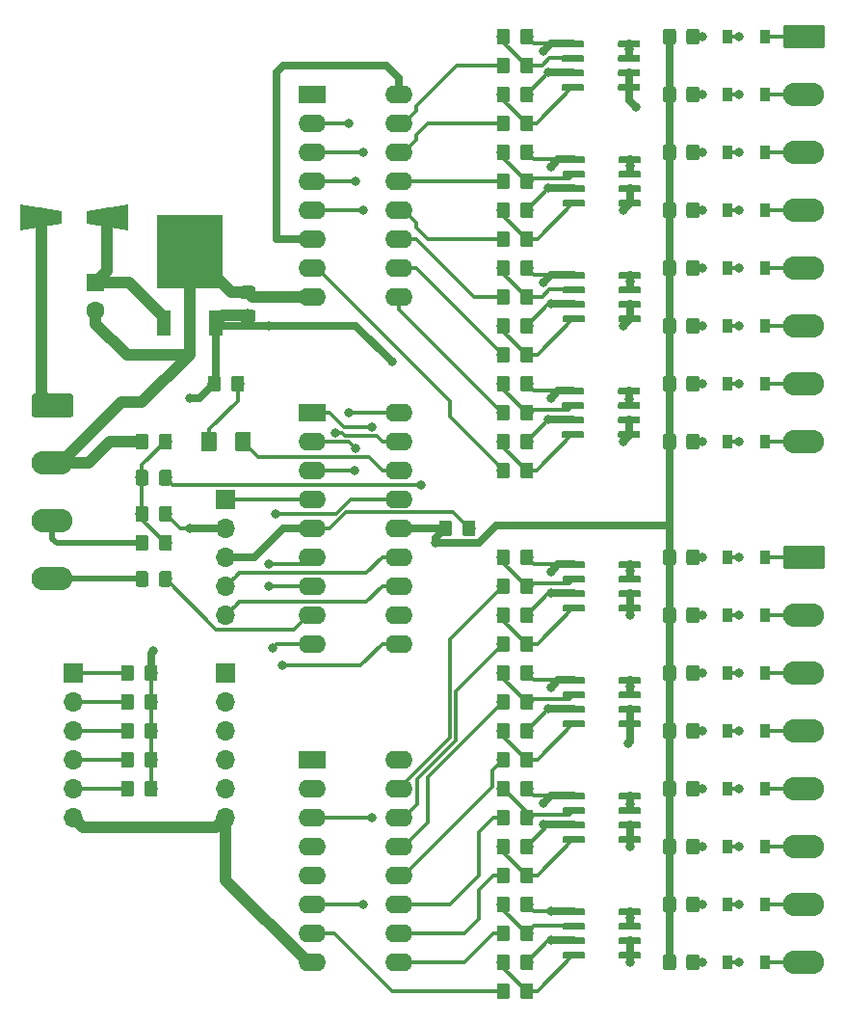
<source format=gtl>
G04 #@! TF.GenerationSoftware,KiCad,Pcbnew,(5.1.0-846-g23d3ccbdc)*
G04 #@! TF.CreationDate,2019-06-03T17:31:47-07:00*
G04 #@! TF.ProjectId,R_Switch,525f5377-6974-4636-982e-6b696361645f,n/c*
G04 #@! TF.SameCoordinates,Original*
G04 #@! TF.FileFunction,Copper,L1,Top*
G04 #@! TF.FilePolarity,Positive*
%FSLAX46Y46*%
G04 Gerber Fmt 4.6, Leading zero omitted, Abs format (unit mm)*
G04 Created by KiCad (PCBNEW (5.1.0-846-g23d3ccbdc)) date 2019-06-03 17:31:47*
%MOMM*%
%LPD*%
G04 APERTURE LIST*
%ADD10C,0.100000*%
%ADD11C,1.150000*%
%ADD12O,2.400000X1.600000*%
%ADD13R,2.400000X1.600000*%
%ADD14R,5.800000X6.400000*%
%ADD15R,1.200000X2.200000*%
%ADD16C,0.600000*%
%ADD17O,3.600000X2.080000*%
%ADD18C,2.080000*%
%ADD19O,1.700000X1.700000*%
%ADD20R,1.700000X1.700000*%
%ADD21R,0.900000X1.200000*%
%ADD22C,1.425000*%
%ADD23C,1.676868*%
%ADD24C,1.600000*%
%ADD25R,1.600000X1.600000*%
%ADD26C,0.800000*%
%ADD27C,0.304800*%
%ADD28C,1.016000*%
%ADD29C,0.635000*%
%ADD30C,0.508000*%
G04 APERTURE END LIST*
D10*
G36*
X94010671Y-90759030D02*
G01*
X94091777Y-90813223D01*
X94145970Y-90894329D01*
X94165000Y-90989999D01*
X94165000Y-91890001D01*
X94145970Y-91985671D01*
X94091777Y-92066777D01*
X94010671Y-92120970D01*
X93915001Y-92140000D01*
X93264999Y-92140000D01*
X93169329Y-92120970D01*
X93088223Y-92066777D01*
X93034030Y-91985671D01*
X93015000Y-91890001D01*
X93015000Y-90989999D01*
X93034030Y-90894329D01*
X93088223Y-90813223D01*
X93169329Y-90759030D01*
X93264999Y-90740000D01*
X93915001Y-90740000D01*
X94010671Y-90759030D01*
X94010671Y-90759030D01*
G37*
D11*
X93590000Y-91440000D03*
D10*
G36*
X96060671Y-90759030D02*
G01*
X96141777Y-90813223D01*
X96195970Y-90894329D01*
X96215000Y-90989999D01*
X96215000Y-91890001D01*
X96195970Y-91985671D01*
X96141777Y-92066777D01*
X96060671Y-92120970D01*
X95965001Y-92140000D01*
X95314999Y-92140000D01*
X95219329Y-92120970D01*
X95138223Y-92066777D01*
X95084030Y-91985671D01*
X95065000Y-91890001D01*
X95065000Y-90989999D01*
X95084030Y-90894329D01*
X95138223Y-90813223D01*
X95219329Y-90759030D01*
X95314999Y-90740000D01*
X95965001Y-90740000D01*
X96060671Y-90759030D01*
X96060671Y-90759030D01*
G37*
D11*
X95640000Y-91440000D03*
D10*
G36*
X94010671Y-81869030D02*
G01*
X94091777Y-81923223D01*
X94145970Y-82004329D01*
X94165000Y-82099999D01*
X94165000Y-83000001D01*
X94145970Y-83095671D01*
X94091777Y-83176777D01*
X94010671Y-83230970D01*
X93915001Y-83250000D01*
X93264999Y-83250000D01*
X93169329Y-83230970D01*
X93088223Y-83176777D01*
X93034030Y-83095671D01*
X93015000Y-83000001D01*
X93015000Y-82099999D01*
X93034030Y-82004329D01*
X93088223Y-81923223D01*
X93169329Y-81869030D01*
X93264999Y-81850000D01*
X93915001Y-81850000D01*
X94010671Y-81869030D01*
X94010671Y-81869030D01*
G37*
D11*
X93590000Y-82550000D03*
D10*
G36*
X96060671Y-81869030D02*
G01*
X96141777Y-81923223D01*
X96195970Y-82004329D01*
X96215000Y-82099999D01*
X96215000Y-83000001D01*
X96195970Y-83095671D01*
X96141777Y-83176777D01*
X96060671Y-83230970D01*
X95965001Y-83250000D01*
X95314999Y-83250000D01*
X95219329Y-83230970D01*
X95138223Y-83176777D01*
X95084030Y-83095671D01*
X95065000Y-83000001D01*
X95065000Y-82099999D01*
X95084030Y-82004329D01*
X95138223Y-81923223D01*
X95219329Y-81869030D01*
X95314999Y-81850000D01*
X95965001Y-81850000D01*
X96060671Y-81869030D01*
X96060671Y-81869030D01*
G37*
D11*
X95640000Y-82550000D03*
D10*
G36*
X94010671Y-85044030D02*
G01*
X94091777Y-85098223D01*
X94145970Y-85179329D01*
X94165000Y-85274999D01*
X94165000Y-86175001D01*
X94145970Y-86270671D01*
X94091777Y-86351777D01*
X94010671Y-86405970D01*
X93915001Y-86425000D01*
X93264999Y-86425000D01*
X93169329Y-86405970D01*
X93088223Y-86351777D01*
X93034030Y-86270671D01*
X93015000Y-86175001D01*
X93015000Y-85274999D01*
X93034030Y-85179329D01*
X93088223Y-85098223D01*
X93169329Y-85044030D01*
X93264999Y-85025000D01*
X93915001Y-85025000D01*
X94010671Y-85044030D01*
X94010671Y-85044030D01*
G37*
D11*
X93590000Y-85725000D03*
D10*
G36*
X96060671Y-85044030D02*
G01*
X96141777Y-85098223D01*
X96195970Y-85179329D01*
X96215000Y-85274999D01*
X96215000Y-86175001D01*
X96195970Y-86270671D01*
X96141777Y-86351777D01*
X96060671Y-86405970D01*
X95965001Y-86425000D01*
X95314999Y-86425000D01*
X95219329Y-86405970D01*
X95138223Y-86351777D01*
X95084030Y-86270671D01*
X95065000Y-86175001D01*
X95065000Y-85274999D01*
X95084030Y-85179329D01*
X95138223Y-85098223D01*
X95219329Y-85044030D01*
X95314999Y-85025000D01*
X95965001Y-85025000D01*
X96060671Y-85044030D01*
X96060671Y-85044030D01*
G37*
D11*
X95640000Y-85725000D03*
D10*
G36*
X94010671Y-87584030D02*
G01*
X94091777Y-87638223D01*
X94145970Y-87719329D01*
X94165000Y-87814999D01*
X94165000Y-88715001D01*
X94145970Y-88810671D01*
X94091777Y-88891777D01*
X94010671Y-88945970D01*
X93915001Y-88965000D01*
X93264999Y-88965000D01*
X93169329Y-88945970D01*
X93088223Y-88891777D01*
X93034030Y-88810671D01*
X93015000Y-88715001D01*
X93015000Y-87814999D01*
X93034030Y-87719329D01*
X93088223Y-87638223D01*
X93169329Y-87584030D01*
X93264999Y-87565000D01*
X93915001Y-87565000D01*
X94010671Y-87584030D01*
X94010671Y-87584030D01*
G37*
D11*
X93590000Y-88265000D03*
D10*
G36*
X96060671Y-87584030D02*
G01*
X96141777Y-87638223D01*
X96195970Y-87719329D01*
X96215000Y-87814999D01*
X96215000Y-88715001D01*
X96195970Y-88810671D01*
X96141777Y-88891777D01*
X96060671Y-88945970D01*
X95965001Y-88965000D01*
X95314999Y-88965000D01*
X95219329Y-88945970D01*
X95138223Y-88891777D01*
X95084030Y-88810671D01*
X95065000Y-88715001D01*
X95065000Y-87814999D01*
X95084030Y-87719329D01*
X95138223Y-87638223D01*
X95219329Y-87584030D01*
X95314999Y-87565000D01*
X95965001Y-87565000D01*
X96060671Y-87584030D01*
X96060671Y-87584030D01*
G37*
D11*
X95640000Y-88265000D03*
D10*
G36*
X94010671Y-78694030D02*
G01*
X94091777Y-78748223D01*
X94145970Y-78829329D01*
X94165000Y-78924999D01*
X94165000Y-79825001D01*
X94145970Y-79920671D01*
X94091777Y-80001777D01*
X94010671Y-80055970D01*
X93915001Y-80075000D01*
X93264999Y-80075000D01*
X93169329Y-80055970D01*
X93088223Y-80001777D01*
X93034030Y-79920671D01*
X93015000Y-79825001D01*
X93015000Y-78924999D01*
X93034030Y-78829329D01*
X93088223Y-78748223D01*
X93169329Y-78694030D01*
X93264999Y-78675000D01*
X93915001Y-78675000D01*
X94010671Y-78694030D01*
X94010671Y-78694030D01*
G37*
D11*
X93590000Y-79375000D03*
D10*
G36*
X96060671Y-78694030D02*
G01*
X96141777Y-78748223D01*
X96195970Y-78829329D01*
X96215000Y-78924999D01*
X96215000Y-79825001D01*
X96195970Y-79920671D01*
X96141777Y-80001777D01*
X96060671Y-80055970D01*
X95965001Y-80075000D01*
X95314999Y-80075000D01*
X95219329Y-80055970D01*
X95138223Y-80001777D01*
X95084030Y-79920671D01*
X95065000Y-79825001D01*
X95065000Y-78924999D01*
X95084030Y-78829329D01*
X95138223Y-78748223D01*
X95219329Y-78694030D01*
X95314999Y-78675000D01*
X95965001Y-78675000D01*
X96060671Y-78694030D01*
X96060671Y-78694030D01*
G37*
D11*
X95640000Y-79375000D03*
D12*
X116205000Y-107315000D03*
X108585000Y-125095000D03*
X116205000Y-109855000D03*
X108585000Y-122555000D03*
X116205000Y-112395000D03*
X108585000Y-120015000D03*
X116205000Y-114935000D03*
X108585000Y-117475000D03*
X116205000Y-117475000D03*
X108585000Y-114935000D03*
X116205000Y-120015000D03*
X108585000Y-112395000D03*
X116205000Y-122555000D03*
X108585000Y-109855000D03*
X116205000Y-125095000D03*
D13*
X108585000Y-107315000D03*
D12*
X116205000Y-48895000D03*
X108585000Y-66675000D03*
X116205000Y-51435000D03*
X108585000Y-64135000D03*
X116205000Y-53975000D03*
X108585000Y-61595000D03*
X116205000Y-56515000D03*
X108585000Y-59055000D03*
X116205000Y-59055000D03*
X108585000Y-56515000D03*
X116205000Y-61595000D03*
X108585000Y-53975000D03*
X116205000Y-64135000D03*
X108585000Y-51435000D03*
X116205000Y-66675000D03*
D13*
X108585000Y-48895000D03*
D14*
X97790000Y-62670000D03*
D15*
X100070000Y-68970000D03*
X95510000Y-68970000D03*
D12*
X116205000Y-76835000D03*
X108585000Y-97155000D03*
X116205000Y-79375000D03*
X108585000Y-94615000D03*
X116205000Y-81915000D03*
X108585000Y-92075000D03*
X116205000Y-84455000D03*
X108585000Y-89535000D03*
X116205000Y-86995000D03*
X108585000Y-86995000D03*
X116205000Y-89535000D03*
X108585000Y-84455000D03*
X116205000Y-92075000D03*
X108585000Y-81915000D03*
X116205000Y-94615000D03*
X108585000Y-79375000D03*
X116205000Y-97155000D03*
D13*
X108585000Y-76835000D03*
D10*
G36*
X125760671Y-78694030D02*
G01*
X125841777Y-78748223D01*
X125895970Y-78829329D01*
X125915000Y-78924999D01*
X125915000Y-79825001D01*
X125895970Y-79920671D01*
X125841777Y-80001777D01*
X125760671Y-80055970D01*
X125665001Y-80075000D01*
X125014999Y-80075000D01*
X124919329Y-80055970D01*
X124838223Y-80001777D01*
X124784030Y-79920671D01*
X124765000Y-79825001D01*
X124765000Y-78924999D01*
X124784030Y-78829329D01*
X124838223Y-78748223D01*
X124919329Y-78694030D01*
X125014999Y-78675000D01*
X125665001Y-78675000D01*
X125760671Y-78694030D01*
X125760671Y-78694030D01*
G37*
D11*
X125340000Y-79375000D03*
D10*
G36*
X127810671Y-78694030D02*
G01*
X127891777Y-78748223D01*
X127945970Y-78829329D01*
X127965000Y-78924999D01*
X127965000Y-79825001D01*
X127945970Y-79920671D01*
X127891777Y-80001777D01*
X127810671Y-80055970D01*
X127715001Y-80075000D01*
X127064999Y-80075000D01*
X126969329Y-80055970D01*
X126888223Y-80001777D01*
X126834030Y-79920671D01*
X126815000Y-79825001D01*
X126815000Y-78924999D01*
X126834030Y-78829329D01*
X126888223Y-78748223D01*
X126969329Y-78694030D01*
X127064999Y-78675000D01*
X127715001Y-78675000D01*
X127810671Y-78694030D01*
X127810671Y-78694030D01*
G37*
D11*
X127390000Y-79375000D03*
D10*
G36*
X125760671Y-73614030D02*
G01*
X125841777Y-73668223D01*
X125895970Y-73749329D01*
X125915000Y-73844999D01*
X125915000Y-74745001D01*
X125895970Y-74840671D01*
X125841777Y-74921777D01*
X125760671Y-74975970D01*
X125665001Y-74995000D01*
X125014999Y-74995000D01*
X124919329Y-74975970D01*
X124838223Y-74921777D01*
X124784030Y-74840671D01*
X124765000Y-74745001D01*
X124765000Y-73844999D01*
X124784030Y-73749329D01*
X124838223Y-73668223D01*
X124919329Y-73614030D01*
X125014999Y-73595000D01*
X125665001Y-73595000D01*
X125760671Y-73614030D01*
X125760671Y-73614030D01*
G37*
D11*
X125340000Y-74295000D03*
D10*
G36*
X127810671Y-73614030D02*
G01*
X127891777Y-73668223D01*
X127945970Y-73749329D01*
X127965000Y-73844999D01*
X127965000Y-74745001D01*
X127945970Y-74840671D01*
X127891777Y-74921777D01*
X127810671Y-74975970D01*
X127715001Y-74995000D01*
X127064999Y-74995000D01*
X126969329Y-74975970D01*
X126888223Y-74921777D01*
X126834030Y-74840671D01*
X126815000Y-74745001D01*
X126815000Y-73844999D01*
X126834030Y-73749329D01*
X126888223Y-73668223D01*
X126969329Y-73614030D01*
X127064999Y-73595000D01*
X127715001Y-73595000D01*
X127810671Y-73614030D01*
X127810671Y-73614030D01*
G37*
D11*
X127390000Y-74295000D03*
D10*
G36*
X125760671Y-68534030D02*
G01*
X125841777Y-68588223D01*
X125895970Y-68669329D01*
X125915000Y-68764999D01*
X125915000Y-69665001D01*
X125895970Y-69760671D01*
X125841777Y-69841777D01*
X125760671Y-69895970D01*
X125665001Y-69915000D01*
X125014999Y-69915000D01*
X124919329Y-69895970D01*
X124838223Y-69841777D01*
X124784030Y-69760671D01*
X124765000Y-69665001D01*
X124765000Y-68764999D01*
X124784030Y-68669329D01*
X124838223Y-68588223D01*
X124919329Y-68534030D01*
X125014999Y-68515000D01*
X125665001Y-68515000D01*
X125760671Y-68534030D01*
X125760671Y-68534030D01*
G37*
D11*
X125340000Y-69215000D03*
D10*
G36*
X127810671Y-68534030D02*
G01*
X127891777Y-68588223D01*
X127945970Y-68669329D01*
X127965000Y-68764999D01*
X127965000Y-69665001D01*
X127945970Y-69760671D01*
X127891777Y-69841777D01*
X127810671Y-69895970D01*
X127715001Y-69915000D01*
X127064999Y-69915000D01*
X126969329Y-69895970D01*
X126888223Y-69841777D01*
X126834030Y-69760671D01*
X126815000Y-69665001D01*
X126815000Y-68764999D01*
X126834030Y-68669329D01*
X126888223Y-68588223D01*
X126969329Y-68534030D01*
X127064999Y-68515000D01*
X127715001Y-68515000D01*
X127810671Y-68534030D01*
X127810671Y-68534030D01*
G37*
D11*
X127390000Y-69215000D03*
D10*
G36*
X125760671Y-63454030D02*
G01*
X125841777Y-63508223D01*
X125895970Y-63589329D01*
X125915000Y-63684999D01*
X125915000Y-64585001D01*
X125895970Y-64680671D01*
X125841777Y-64761777D01*
X125760671Y-64815970D01*
X125665001Y-64835000D01*
X125014999Y-64835000D01*
X124919329Y-64815970D01*
X124838223Y-64761777D01*
X124784030Y-64680671D01*
X124765000Y-64585001D01*
X124765000Y-63684999D01*
X124784030Y-63589329D01*
X124838223Y-63508223D01*
X124919329Y-63454030D01*
X125014999Y-63435000D01*
X125665001Y-63435000D01*
X125760671Y-63454030D01*
X125760671Y-63454030D01*
G37*
D11*
X125340000Y-64135000D03*
D10*
G36*
X127810671Y-63454030D02*
G01*
X127891777Y-63508223D01*
X127945970Y-63589329D01*
X127965000Y-63684999D01*
X127965000Y-64585001D01*
X127945970Y-64680671D01*
X127891777Y-64761777D01*
X127810671Y-64815970D01*
X127715001Y-64835000D01*
X127064999Y-64835000D01*
X126969329Y-64815970D01*
X126888223Y-64761777D01*
X126834030Y-64680671D01*
X126815000Y-64585001D01*
X126815000Y-63684999D01*
X126834030Y-63589329D01*
X126888223Y-63508223D01*
X126969329Y-63454030D01*
X127064999Y-63435000D01*
X127715001Y-63435000D01*
X127810671Y-63454030D01*
X127810671Y-63454030D01*
G37*
D11*
X127390000Y-64135000D03*
D10*
G36*
X125760671Y-58374030D02*
G01*
X125841777Y-58428223D01*
X125895970Y-58509329D01*
X125915000Y-58604999D01*
X125915000Y-59505001D01*
X125895970Y-59600671D01*
X125841777Y-59681777D01*
X125760671Y-59735970D01*
X125665001Y-59755000D01*
X125014999Y-59755000D01*
X124919329Y-59735970D01*
X124838223Y-59681777D01*
X124784030Y-59600671D01*
X124765000Y-59505001D01*
X124765000Y-58604999D01*
X124784030Y-58509329D01*
X124838223Y-58428223D01*
X124919329Y-58374030D01*
X125014999Y-58355000D01*
X125665001Y-58355000D01*
X125760671Y-58374030D01*
X125760671Y-58374030D01*
G37*
D11*
X125340000Y-59055000D03*
D10*
G36*
X127810671Y-58374030D02*
G01*
X127891777Y-58428223D01*
X127945970Y-58509329D01*
X127965000Y-58604999D01*
X127965000Y-59505001D01*
X127945970Y-59600671D01*
X127891777Y-59681777D01*
X127810671Y-59735970D01*
X127715001Y-59755000D01*
X127064999Y-59755000D01*
X126969329Y-59735970D01*
X126888223Y-59681777D01*
X126834030Y-59600671D01*
X126815000Y-59505001D01*
X126815000Y-58604999D01*
X126834030Y-58509329D01*
X126888223Y-58428223D01*
X126969329Y-58374030D01*
X127064999Y-58355000D01*
X127715001Y-58355000D01*
X127810671Y-58374030D01*
X127810671Y-58374030D01*
G37*
D11*
X127390000Y-59055000D03*
D10*
G36*
X125760671Y-53294030D02*
G01*
X125841777Y-53348223D01*
X125895970Y-53429329D01*
X125915000Y-53524999D01*
X125915000Y-54425001D01*
X125895970Y-54520671D01*
X125841777Y-54601777D01*
X125760671Y-54655970D01*
X125665001Y-54675000D01*
X125014999Y-54675000D01*
X124919329Y-54655970D01*
X124838223Y-54601777D01*
X124784030Y-54520671D01*
X124765000Y-54425001D01*
X124765000Y-53524999D01*
X124784030Y-53429329D01*
X124838223Y-53348223D01*
X124919329Y-53294030D01*
X125014999Y-53275000D01*
X125665001Y-53275000D01*
X125760671Y-53294030D01*
X125760671Y-53294030D01*
G37*
D11*
X125340000Y-53975000D03*
D10*
G36*
X127810671Y-53294030D02*
G01*
X127891777Y-53348223D01*
X127945970Y-53429329D01*
X127965000Y-53524999D01*
X127965000Y-54425001D01*
X127945970Y-54520671D01*
X127891777Y-54601777D01*
X127810671Y-54655970D01*
X127715001Y-54675000D01*
X127064999Y-54675000D01*
X126969329Y-54655970D01*
X126888223Y-54601777D01*
X126834030Y-54520671D01*
X126815000Y-54425001D01*
X126815000Y-53524999D01*
X126834030Y-53429329D01*
X126888223Y-53348223D01*
X126969329Y-53294030D01*
X127064999Y-53275000D01*
X127715001Y-53275000D01*
X127810671Y-53294030D01*
X127810671Y-53294030D01*
G37*
D11*
X127390000Y-53975000D03*
D10*
G36*
X125760671Y-48214030D02*
G01*
X125841777Y-48268223D01*
X125895970Y-48349329D01*
X125915000Y-48444999D01*
X125915000Y-49345001D01*
X125895970Y-49440671D01*
X125841777Y-49521777D01*
X125760671Y-49575970D01*
X125665001Y-49595000D01*
X125014999Y-49595000D01*
X124919329Y-49575970D01*
X124838223Y-49521777D01*
X124784030Y-49440671D01*
X124765000Y-49345001D01*
X124765000Y-48444999D01*
X124784030Y-48349329D01*
X124838223Y-48268223D01*
X124919329Y-48214030D01*
X125014999Y-48195000D01*
X125665001Y-48195000D01*
X125760671Y-48214030D01*
X125760671Y-48214030D01*
G37*
D11*
X125340000Y-48895000D03*
D10*
G36*
X127810671Y-48214030D02*
G01*
X127891777Y-48268223D01*
X127945970Y-48349329D01*
X127965000Y-48444999D01*
X127965000Y-49345001D01*
X127945970Y-49440671D01*
X127891777Y-49521777D01*
X127810671Y-49575970D01*
X127715001Y-49595000D01*
X127064999Y-49595000D01*
X126969329Y-49575970D01*
X126888223Y-49521777D01*
X126834030Y-49440671D01*
X126815000Y-49345001D01*
X126815000Y-48444999D01*
X126834030Y-48349329D01*
X126888223Y-48268223D01*
X126969329Y-48214030D01*
X127064999Y-48195000D01*
X127715001Y-48195000D01*
X127810671Y-48214030D01*
X127810671Y-48214030D01*
G37*
D11*
X127390000Y-48895000D03*
D10*
G36*
X125760671Y-43134030D02*
G01*
X125841777Y-43188223D01*
X125895970Y-43269329D01*
X125915000Y-43364999D01*
X125915000Y-44265001D01*
X125895970Y-44360671D01*
X125841777Y-44441777D01*
X125760671Y-44495970D01*
X125665001Y-44515000D01*
X125014999Y-44515000D01*
X124919329Y-44495970D01*
X124838223Y-44441777D01*
X124784030Y-44360671D01*
X124765000Y-44265001D01*
X124765000Y-43364999D01*
X124784030Y-43269329D01*
X124838223Y-43188223D01*
X124919329Y-43134030D01*
X125014999Y-43115000D01*
X125665001Y-43115000D01*
X125760671Y-43134030D01*
X125760671Y-43134030D01*
G37*
D11*
X125340000Y-43815000D03*
D10*
G36*
X127810671Y-43134030D02*
G01*
X127891777Y-43188223D01*
X127945970Y-43269329D01*
X127965000Y-43364999D01*
X127965000Y-44265001D01*
X127945970Y-44360671D01*
X127891777Y-44441777D01*
X127810671Y-44495970D01*
X127715001Y-44515000D01*
X127064999Y-44515000D01*
X126969329Y-44495970D01*
X126888223Y-44441777D01*
X126834030Y-44360671D01*
X126815000Y-44265001D01*
X126815000Y-43364999D01*
X126834030Y-43269329D01*
X126888223Y-43188223D01*
X126969329Y-43134030D01*
X127064999Y-43115000D01*
X127715001Y-43115000D01*
X127810671Y-43134030D01*
X127810671Y-43134030D01*
G37*
D11*
X127390000Y-43815000D03*
D10*
G36*
X125760671Y-81234030D02*
G01*
X125841777Y-81288223D01*
X125895970Y-81369329D01*
X125915000Y-81464999D01*
X125915000Y-82365001D01*
X125895970Y-82460671D01*
X125841777Y-82541777D01*
X125760671Y-82595970D01*
X125665001Y-82615000D01*
X125014999Y-82615000D01*
X124919329Y-82595970D01*
X124838223Y-82541777D01*
X124784030Y-82460671D01*
X124765000Y-82365001D01*
X124765000Y-81464999D01*
X124784030Y-81369329D01*
X124838223Y-81288223D01*
X124919329Y-81234030D01*
X125014999Y-81215000D01*
X125665001Y-81215000D01*
X125760671Y-81234030D01*
X125760671Y-81234030D01*
G37*
D11*
X125340000Y-81915000D03*
D10*
G36*
X127810671Y-81234030D02*
G01*
X127891777Y-81288223D01*
X127945970Y-81369329D01*
X127965000Y-81464999D01*
X127965000Y-82365001D01*
X127945970Y-82460671D01*
X127891777Y-82541777D01*
X127810671Y-82595970D01*
X127715001Y-82615000D01*
X127064999Y-82615000D01*
X126969329Y-82595970D01*
X126888223Y-82541777D01*
X126834030Y-82460671D01*
X126815000Y-82365001D01*
X126815000Y-81464999D01*
X126834030Y-81369329D01*
X126888223Y-81288223D01*
X126969329Y-81234030D01*
X127064999Y-81215000D01*
X127715001Y-81215000D01*
X127810671Y-81234030D01*
X127810671Y-81234030D01*
G37*
D11*
X127390000Y-81915000D03*
D10*
G36*
X125760671Y-76154030D02*
G01*
X125841777Y-76208223D01*
X125895970Y-76289329D01*
X125915000Y-76384999D01*
X125915000Y-77285001D01*
X125895970Y-77380671D01*
X125841777Y-77461777D01*
X125760671Y-77515970D01*
X125665001Y-77535000D01*
X125014999Y-77535000D01*
X124919329Y-77515970D01*
X124838223Y-77461777D01*
X124784030Y-77380671D01*
X124765000Y-77285001D01*
X124765000Y-76384999D01*
X124784030Y-76289329D01*
X124838223Y-76208223D01*
X124919329Y-76154030D01*
X125014999Y-76135000D01*
X125665001Y-76135000D01*
X125760671Y-76154030D01*
X125760671Y-76154030D01*
G37*
D11*
X125340000Y-76835000D03*
D10*
G36*
X127810671Y-76154030D02*
G01*
X127891777Y-76208223D01*
X127945970Y-76289329D01*
X127965000Y-76384999D01*
X127965000Y-77285001D01*
X127945970Y-77380671D01*
X127891777Y-77461777D01*
X127810671Y-77515970D01*
X127715001Y-77535000D01*
X127064999Y-77535000D01*
X126969329Y-77515970D01*
X126888223Y-77461777D01*
X126834030Y-77380671D01*
X126815000Y-77285001D01*
X126815000Y-76384999D01*
X126834030Y-76289329D01*
X126888223Y-76208223D01*
X126969329Y-76154030D01*
X127064999Y-76135000D01*
X127715001Y-76135000D01*
X127810671Y-76154030D01*
X127810671Y-76154030D01*
G37*
D11*
X127390000Y-76835000D03*
D10*
G36*
X125760671Y-71074030D02*
G01*
X125841777Y-71128223D01*
X125895970Y-71209329D01*
X125915000Y-71304999D01*
X125915000Y-72205001D01*
X125895970Y-72300671D01*
X125841777Y-72381777D01*
X125760671Y-72435970D01*
X125665001Y-72455000D01*
X125014999Y-72455000D01*
X124919329Y-72435970D01*
X124838223Y-72381777D01*
X124784030Y-72300671D01*
X124765000Y-72205001D01*
X124765000Y-71304999D01*
X124784030Y-71209329D01*
X124838223Y-71128223D01*
X124919329Y-71074030D01*
X125014999Y-71055000D01*
X125665001Y-71055000D01*
X125760671Y-71074030D01*
X125760671Y-71074030D01*
G37*
D11*
X125340000Y-71755000D03*
D10*
G36*
X127810671Y-71074030D02*
G01*
X127891777Y-71128223D01*
X127945970Y-71209329D01*
X127965000Y-71304999D01*
X127965000Y-72205001D01*
X127945970Y-72300671D01*
X127891777Y-72381777D01*
X127810671Y-72435970D01*
X127715001Y-72455000D01*
X127064999Y-72455000D01*
X126969329Y-72435970D01*
X126888223Y-72381777D01*
X126834030Y-72300671D01*
X126815000Y-72205001D01*
X126815000Y-71304999D01*
X126834030Y-71209329D01*
X126888223Y-71128223D01*
X126969329Y-71074030D01*
X127064999Y-71055000D01*
X127715001Y-71055000D01*
X127810671Y-71074030D01*
X127810671Y-71074030D01*
G37*
D11*
X127390000Y-71755000D03*
D10*
G36*
X125760671Y-65994030D02*
G01*
X125841777Y-66048223D01*
X125895970Y-66129329D01*
X125915000Y-66224999D01*
X125915000Y-67125001D01*
X125895970Y-67220671D01*
X125841777Y-67301777D01*
X125760671Y-67355970D01*
X125665001Y-67375000D01*
X125014999Y-67375000D01*
X124919329Y-67355970D01*
X124838223Y-67301777D01*
X124784030Y-67220671D01*
X124765000Y-67125001D01*
X124765000Y-66224999D01*
X124784030Y-66129329D01*
X124838223Y-66048223D01*
X124919329Y-65994030D01*
X125014999Y-65975000D01*
X125665001Y-65975000D01*
X125760671Y-65994030D01*
X125760671Y-65994030D01*
G37*
D11*
X125340000Y-66675000D03*
D10*
G36*
X127810671Y-65994030D02*
G01*
X127891777Y-66048223D01*
X127945970Y-66129329D01*
X127965000Y-66224999D01*
X127965000Y-67125001D01*
X127945970Y-67220671D01*
X127891777Y-67301777D01*
X127810671Y-67355970D01*
X127715001Y-67375000D01*
X127064999Y-67375000D01*
X126969329Y-67355970D01*
X126888223Y-67301777D01*
X126834030Y-67220671D01*
X126815000Y-67125001D01*
X126815000Y-66224999D01*
X126834030Y-66129329D01*
X126888223Y-66048223D01*
X126969329Y-65994030D01*
X127064999Y-65975000D01*
X127715001Y-65975000D01*
X127810671Y-65994030D01*
X127810671Y-65994030D01*
G37*
D11*
X127390000Y-66675000D03*
D10*
G36*
X125760671Y-60914030D02*
G01*
X125841777Y-60968223D01*
X125895970Y-61049329D01*
X125915000Y-61144999D01*
X125915000Y-62045001D01*
X125895970Y-62140671D01*
X125841777Y-62221777D01*
X125760671Y-62275970D01*
X125665001Y-62295000D01*
X125014999Y-62295000D01*
X124919329Y-62275970D01*
X124838223Y-62221777D01*
X124784030Y-62140671D01*
X124765000Y-62045001D01*
X124765000Y-61144999D01*
X124784030Y-61049329D01*
X124838223Y-60968223D01*
X124919329Y-60914030D01*
X125014999Y-60895000D01*
X125665001Y-60895000D01*
X125760671Y-60914030D01*
X125760671Y-60914030D01*
G37*
D11*
X125340000Y-61595000D03*
D10*
G36*
X127810671Y-60914030D02*
G01*
X127891777Y-60968223D01*
X127945970Y-61049329D01*
X127965000Y-61144999D01*
X127965000Y-62045001D01*
X127945970Y-62140671D01*
X127891777Y-62221777D01*
X127810671Y-62275970D01*
X127715001Y-62295000D01*
X127064999Y-62295000D01*
X126969329Y-62275970D01*
X126888223Y-62221777D01*
X126834030Y-62140671D01*
X126815000Y-62045001D01*
X126815000Y-61144999D01*
X126834030Y-61049329D01*
X126888223Y-60968223D01*
X126969329Y-60914030D01*
X127064999Y-60895000D01*
X127715001Y-60895000D01*
X127810671Y-60914030D01*
X127810671Y-60914030D01*
G37*
D11*
X127390000Y-61595000D03*
D10*
G36*
X125760671Y-55834030D02*
G01*
X125841777Y-55888223D01*
X125895970Y-55969329D01*
X125915000Y-56064999D01*
X125915000Y-56965001D01*
X125895970Y-57060671D01*
X125841777Y-57141777D01*
X125760671Y-57195970D01*
X125665001Y-57215000D01*
X125014999Y-57215000D01*
X124919329Y-57195970D01*
X124838223Y-57141777D01*
X124784030Y-57060671D01*
X124765000Y-56965001D01*
X124765000Y-56064999D01*
X124784030Y-55969329D01*
X124838223Y-55888223D01*
X124919329Y-55834030D01*
X125014999Y-55815000D01*
X125665001Y-55815000D01*
X125760671Y-55834030D01*
X125760671Y-55834030D01*
G37*
D11*
X125340000Y-56515000D03*
D10*
G36*
X127810671Y-55834030D02*
G01*
X127891777Y-55888223D01*
X127945970Y-55969329D01*
X127965000Y-56064999D01*
X127965000Y-56965001D01*
X127945970Y-57060671D01*
X127891777Y-57141777D01*
X127810671Y-57195970D01*
X127715001Y-57215000D01*
X127064999Y-57215000D01*
X126969329Y-57195970D01*
X126888223Y-57141777D01*
X126834030Y-57060671D01*
X126815000Y-56965001D01*
X126815000Y-56064999D01*
X126834030Y-55969329D01*
X126888223Y-55888223D01*
X126969329Y-55834030D01*
X127064999Y-55815000D01*
X127715001Y-55815000D01*
X127810671Y-55834030D01*
X127810671Y-55834030D01*
G37*
D11*
X127390000Y-56515000D03*
D10*
G36*
X125760671Y-50754030D02*
G01*
X125841777Y-50808223D01*
X125895970Y-50889329D01*
X125915000Y-50984999D01*
X125915000Y-51885001D01*
X125895970Y-51980671D01*
X125841777Y-52061777D01*
X125760671Y-52115970D01*
X125665001Y-52135000D01*
X125014999Y-52135000D01*
X124919329Y-52115970D01*
X124838223Y-52061777D01*
X124784030Y-51980671D01*
X124765000Y-51885001D01*
X124765000Y-50984999D01*
X124784030Y-50889329D01*
X124838223Y-50808223D01*
X124919329Y-50754030D01*
X125014999Y-50735000D01*
X125665001Y-50735000D01*
X125760671Y-50754030D01*
X125760671Y-50754030D01*
G37*
D11*
X125340000Y-51435000D03*
D10*
G36*
X127810671Y-50754030D02*
G01*
X127891777Y-50808223D01*
X127945970Y-50889329D01*
X127965000Y-50984999D01*
X127965000Y-51885001D01*
X127945970Y-51980671D01*
X127891777Y-52061777D01*
X127810671Y-52115970D01*
X127715001Y-52135000D01*
X127064999Y-52135000D01*
X126969329Y-52115970D01*
X126888223Y-52061777D01*
X126834030Y-51980671D01*
X126815000Y-51885001D01*
X126815000Y-50984999D01*
X126834030Y-50889329D01*
X126888223Y-50808223D01*
X126969329Y-50754030D01*
X127064999Y-50735000D01*
X127715001Y-50735000D01*
X127810671Y-50754030D01*
X127810671Y-50754030D01*
G37*
D11*
X127390000Y-51435000D03*
D10*
G36*
X125760671Y-45674030D02*
G01*
X125841777Y-45728223D01*
X125895970Y-45809329D01*
X125915000Y-45904999D01*
X125915000Y-46805001D01*
X125895970Y-46900671D01*
X125841777Y-46981777D01*
X125760671Y-47035970D01*
X125665001Y-47055000D01*
X125014999Y-47055000D01*
X124919329Y-47035970D01*
X124838223Y-46981777D01*
X124784030Y-46900671D01*
X124765000Y-46805001D01*
X124765000Y-45904999D01*
X124784030Y-45809329D01*
X124838223Y-45728223D01*
X124919329Y-45674030D01*
X125014999Y-45655000D01*
X125665001Y-45655000D01*
X125760671Y-45674030D01*
X125760671Y-45674030D01*
G37*
D11*
X125340000Y-46355000D03*
D10*
G36*
X127810671Y-45674030D02*
G01*
X127891777Y-45728223D01*
X127945970Y-45809329D01*
X127965000Y-45904999D01*
X127965000Y-46805001D01*
X127945970Y-46900671D01*
X127891777Y-46981777D01*
X127810671Y-47035970D01*
X127715001Y-47055000D01*
X127064999Y-47055000D01*
X126969329Y-47035970D01*
X126888223Y-46981777D01*
X126834030Y-46900671D01*
X126815000Y-46805001D01*
X126815000Y-45904999D01*
X126834030Y-45809329D01*
X126888223Y-45728223D01*
X126969329Y-45674030D01*
X127064999Y-45655000D01*
X127715001Y-45655000D01*
X127810671Y-45674030D01*
X127810671Y-45674030D01*
G37*
D11*
X127390000Y-46355000D03*
D10*
G36*
X140365671Y-78694030D02*
G01*
X140446777Y-78748223D01*
X140500970Y-78829329D01*
X140520000Y-78924999D01*
X140520000Y-79825001D01*
X140500970Y-79920671D01*
X140446777Y-80001777D01*
X140365671Y-80055970D01*
X140270001Y-80075000D01*
X139619999Y-80075000D01*
X139524329Y-80055970D01*
X139443223Y-80001777D01*
X139389030Y-79920671D01*
X139370000Y-79825001D01*
X139370000Y-78924999D01*
X139389030Y-78829329D01*
X139443223Y-78748223D01*
X139524329Y-78694030D01*
X139619999Y-78675000D01*
X140270001Y-78675000D01*
X140365671Y-78694030D01*
X140365671Y-78694030D01*
G37*
D11*
X139945000Y-79375000D03*
D10*
G36*
X142415671Y-78694030D02*
G01*
X142496777Y-78748223D01*
X142550970Y-78829329D01*
X142570000Y-78924999D01*
X142570000Y-79825001D01*
X142550970Y-79920671D01*
X142496777Y-80001777D01*
X142415671Y-80055970D01*
X142320001Y-80075000D01*
X141669999Y-80075000D01*
X141574329Y-80055970D01*
X141493223Y-80001777D01*
X141439030Y-79920671D01*
X141420000Y-79825001D01*
X141420000Y-78924999D01*
X141439030Y-78829329D01*
X141493223Y-78748223D01*
X141574329Y-78694030D01*
X141669999Y-78675000D01*
X142320001Y-78675000D01*
X142415671Y-78694030D01*
X142415671Y-78694030D01*
G37*
D11*
X141995000Y-79375000D03*
D10*
G36*
X140365671Y-73614030D02*
G01*
X140446777Y-73668223D01*
X140500970Y-73749329D01*
X140520000Y-73844999D01*
X140520000Y-74745001D01*
X140500970Y-74840671D01*
X140446777Y-74921777D01*
X140365671Y-74975970D01*
X140270001Y-74995000D01*
X139619999Y-74995000D01*
X139524329Y-74975970D01*
X139443223Y-74921777D01*
X139389030Y-74840671D01*
X139370000Y-74745001D01*
X139370000Y-73844999D01*
X139389030Y-73749329D01*
X139443223Y-73668223D01*
X139524329Y-73614030D01*
X139619999Y-73595000D01*
X140270001Y-73595000D01*
X140365671Y-73614030D01*
X140365671Y-73614030D01*
G37*
D11*
X139945000Y-74295000D03*
D10*
G36*
X142415671Y-73614030D02*
G01*
X142496777Y-73668223D01*
X142550970Y-73749329D01*
X142570000Y-73844999D01*
X142570000Y-74745001D01*
X142550970Y-74840671D01*
X142496777Y-74921777D01*
X142415671Y-74975970D01*
X142320001Y-74995000D01*
X141669999Y-74995000D01*
X141574329Y-74975970D01*
X141493223Y-74921777D01*
X141439030Y-74840671D01*
X141420000Y-74745001D01*
X141420000Y-73844999D01*
X141439030Y-73749329D01*
X141493223Y-73668223D01*
X141574329Y-73614030D01*
X141669999Y-73595000D01*
X142320001Y-73595000D01*
X142415671Y-73614030D01*
X142415671Y-73614030D01*
G37*
D11*
X141995000Y-74295000D03*
D10*
G36*
X140365671Y-68534030D02*
G01*
X140446777Y-68588223D01*
X140500970Y-68669329D01*
X140520000Y-68764999D01*
X140520000Y-69665001D01*
X140500970Y-69760671D01*
X140446777Y-69841777D01*
X140365671Y-69895970D01*
X140270001Y-69915000D01*
X139619999Y-69915000D01*
X139524329Y-69895970D01*
X139443223Y-69841777D01*
X139389030Y-69760671D01*
X139370000Y-69665001D01*
X139370000Y-68764999D01*
X139389030Y-68669329D01*
X139443223Y-68588223D01*
X139524329Y-68534030D01*
X139619999Y-68515000D01*
X140270001Y-68515000D01*
X140365671Y-68534030D01*
X140365671Y-68534030D01*
G37*
D11*
X139945000Y-69215000D03*
D10*
G36*
X142415671Y-68534030D02*
G01*
X142496777Y-68588223D01*
X142550970Y-68669329D01*
X142570000Y-68764999D01*
X142570000Y-69665001D01*
X142550970Y-69760671D01*
X142496777Y-69841777D01*
X142415671Y-69895970D01*
X142320001Y-69915000D01*
X141669999Y-69915000D01*
X141574329Y-69895970D01*
X141493223Y-69841777D01*
X141439030Y-69760671D01*
X141420000Y-69665001D01*
X141420000Y-68764999D01*
X141439030Y-68669329D01*
X141493223Y-68588223D01*
X141574329Y-68534030D01*
X141669999Y-68515000D01*
X142320001Y-68515000D01*
X142415671Y-68534030D01*
X142415671Y-68534030D01*
G37*
D11*
X141995000Y-69215000D03*
D10*
G36*
X140365671Y-63454030D02*
G01*
X140446777Y-63508223D01*
X140500970Y-63589329D01*
X140520000Y-63684999D01*
X140520000Y-64585001D01*
X140500970Y-64680671D01*
X140446777Y-64761777D01*
X140365671Y-64815970D01*
X140270001Y-64835000D01*
X139619999Y-64835000D01*
X139524329Y-64815970D01*
X139443223Y-64761777D01*
X139389030Y-64680671D01*
X139370000Y-64585001D01*
X139370000Y-63684999D01*
X139389030Y-63589329D01*
X139443223Y-63508223D01*
X139524329Y-63454030D01*
X139619999Y-63435000D01*
X140270001Y-63435000D01*
X140365671Y-63454030D01*
X140365671Y-63454030D01*
G37*
D11*
X139945000Y-64135000D03*
D10*
G36*
X142415671Y-63454030D02*
G01*
X142496777Y-63508223D01*
X142550970Y-63589329D01*
X142570000Y-63684999D01*
X142570000Y-64585001D01*
X142550970Y-64680671D01*
X142496777Y-64761777D01*
X142415671Y-64815970D01*
X142320001Y-64835000D01*
X141669999Y-64835000D01*
X141574329Y-64815970D01*
X141493223Y-64761777D01*
X141439030Y-64680671D01*
X141420000Y-64585001D01*
X141420000Y-63684999D01*
X141439030Y-63589329D01*
X141493223Y-63508223D01*
X141574329Y-63454030D01*
X141669999Y-63435000D01*
X142320001Y-63435000D01*
X142415671Y-63454030D01*
X142415671Y-63454030D01*
G37*
D11*
X141995000Y-64135000D03*
D10*
G36*
X140365671Y-58374030D02*
G01*
X140446777Y-58428223D01*
X140500970Y-58509329D01*
X140520000Y-58604999D01*
X140520000Y-59505001D01*
X140500970Y-59600671D01*
X140446777Y-59681777D01*
X140365671Y-59735970D01*
X140270001Y-59755000D01*
X139619999Y-59755000D01*
X139524329Y-59735970D01*
X139443223Y-59681777D01*
X139389030Y-59600671D01*
X139370000Y-59505001D01*
X139370000Y-58604999D01*
X139389030Y-58509329D01*
X139443223Y-58428223D01*
X139524329Y-58374030D01*
X139619999Y-58355000D01*
X140270001Y-58355000D01*
X140365671Y-58374030D01*
X140365671Y-58374030D01*
G37*
D11*
X139945000Y-59055000D03*
D10*
G36*
X142415671Y-58374030D02*
G01*
X142496777Y-58428223D01*
X142550970Y-58509329D01*
X142570000Y-58604999D01*
X142570000Y-59505001D01*
X142550970Y-59600671D01*
X142496777Y-59681777D01*
X142415671Y-59735970D01*
X142320001Y-59755000D01*
X141669999Y-59755000D01*
X141574329Y-59735970D01*
X141493223Y-59681777D01*
X141439030Y-59600671D01*
X141420000Y-59505001D01*
X141420000Y-58604999D01*
X141439030Y-58509329D01*
X141493223Y-58428223D01*
X141574329Y-58374030D01*
X141669999Y-58355000D01*
X142320001Y-58355000D01*
X142415671Y-58374030D01*
X142415671Y-58374030D01*
G37*
D11*
X141995000Y-59055000D03*
D10*
G36*
X140365671Y-53294030D02*
G01*
X140446777Y-53348223D01*
X140500970Y-53429329D01*
X140520000Y-53524999D01*
X140520000Y-54425001D01*
X140500970Y-54520671D01*
X140446777Y-54601777D01*
X140365671Y-54655970D01*
X140270001Y-54675000D01*
X139619999Y-54675000D01*
X139524329Y-54655970D01*
X139443223Y-54601777D01*
X139389030Y-54520671D01*
X139370000Y-54425001D01*
X139370000Y-53524999D01*
X139389030Y-53429329D01*
X139443223Y-53348223D01*
X139524329Y-53294030D01*
X139619999Y-53275000D01*
X140270001Y-53275000D01*
X140365671Y-53294030D01*
X140365671Y-53294030D01*
G37*
D11*
X139945000Y-53975000D03*
D10*
G36*
X142415671Y-53294030D02*
G01*
X142496777Y-53348223D01*
X142550970Y-53429329D01*
X142570000Y-53524999D01*
X142570000Y-54425001D01*
X142550970Y-54520671D01*
X142496777Y-54601777D01*
X142415671Y-54655970D01*
X142320001Y-54675000D01*
X141669999Y-54675000D01*
X141574329Y-54655970D01*
X141493223Y-54601777D01*
X141439030Y-54520671D01*
X141420000Y-54425001D01*
X141420000Y-53524999D01*
X141439030Y-53429329D01*
X141493223Y-53348223D01*
X141574329Y-53294030D01*
X141669999Y-53275000D01*
X142320001Y-53275000D01*
X142415671Y-53294030D01*
X142415671Y-53294030D01*
G37*
D11*
X141995000Y-53975000D03*
D10*
G36*
X140365671Y-48214030D02*
G01*
X140446777Y-48268223D01*
X140500970Y-48349329D01*
X140520000Y-48444999D01*
X140520000Y-49345001D01*
X140500970Y-49440671D01*
X140446777Y-49521777D01*
X140365671Y-49575970D01*
X140270001Y-49595000D01*
X139619999Y-49595000D01*
X139524329Y-49575970D01*
X139443223Y-49521777D01*
X139389030Y-49440671D01*
X139370000Y-49345001D01*
X139370000Y-48444999D01*
X139389030Y-48349329D01*
X139443223Y-48268223D01*
X139524329Y-48214030D01*
X139619999Y-48195000D01*
X140270001Y-48195000D01*
X140365671Y-48214030D01*
X140365671Y-48214030D01*
G37*
D11*
X139945000Y-48895000D03*
D10*
G36*
X142415671Y-48214030D02*
G01*
X142496777Y-48268223D01*
X142550970Y-48349329D01*
X142570000Y-48444999D01*
X142570000Y-49345001D01*
X142550970Y-49440671D01*
X142496777Y-49521777D01*
X142415671Y-49575970D01*
X142320001Y-49595000D01*
X141669999Y-49595000D01*
X141574329Y-49575970D01*
X141493223Y-49521777D01*
X141439030Y-49440671D01*
X141420000Y-49345001D01*
X141420000Y-48444999D01*
X141439030Y-48349329D01*
X141493223Y-48268223D01*
X141574329Y-48214030D01*
X141669999Y-48195000D01*
X142320001Y-48195000D01*
X142415671Y-48214030D01*
X142415671Y-48214030D01*
G37*
D11*
X141995000Y-48895000D03*
D10*
G36*
X140365671Y-43134030D02*
G01*
X140446777Y-43188223D01*
X140500970Y-43269329D01*
X140520000Y-43364999D01*
X140520000Y-44265001D01*
X140500970Y-44360671D01*
X140446777Y-44441777D01*
X140365671Y-44495970D01*
X140270001Y-44515000D01*
X139619999Y-44515000D01*
X139524329Y-44495970D01*
X139443223Y-44441777D01*
X139389030Y-44360671D01*
X139370000Y-44265001D01*
X139370000Y-43364999D01*
X139389030Y-43269329D01*
X139443223Y-43188223D01*
X139524329Y-43134030D01*
X139619999Y-43115000D01*
X140270001Y-43115000D01*
X140365671Y-43134030D01*
X140365671Y-43134030D01*
G37*
D11*
X139945000Y-43815000D03*
D10*
G36*
X142415671Y-43134030D02*
G01*
X142496777Y-43188223D01*
X142550970Y-43269329D01*
X142570000Y-43364999D01*
X142570000Y-44265001D01*
X142550970Y-44360671D01*
X142496777Y-44441777D01*
X142415671Y-44495970D01*
X142320001Y-44515000D01*
X141669999Y-44515000D01*
X141574329Y-44495970D01*
X141493223Y-44441777D01*
X141439030Y-44360671D01*
X141420000Y-44265001D01*
X141420000Y-43364999D01*
X141439030Y-43269329D01*
X141493223Y-43188223D01*
X141574329Y-43134030D01*
X141669999Y-43115000D01*
X142320001Y-43115000D01*
X142415671Y-43134030D01*
X142415671Y-43134030D01*
G37*
D11*
X141995000Y-43815000D03*
D10*
G36*
X125760671Y-124414030D02*
G01*
X125841777Y-124468223D01*
X125895970Y-124549329D01*
X125915000Y-124644999D01*
X125915000Y-125545001D01*
X125895970Y-125640671D01*
X125841777Y-125721777D01*
X125760671Y-125775970D01*
X125665001Y-125795000D01*
X125014999Y-125795000D01*
X124919329Y-125775970D01*
X124838223Y-125721777D01*
X124784030Y-125640671D01*
X124765000Y-125545001D01*
X124765000Y-124644999D01*
X124784030Y-124549329D01*
X124838223Y-124468223D01*
X124919329Y-124414030D01*
X125014999Y-124395000D01*
X125665001Y-124395000D01*
X125760671Y-124414030D01*
X125760671Y-124414030D01*
G37*
D11*
X125340000Y-125095000D03*
D10*
G36*
X127810671Y-124414030D02*
G01*
X127891777Y-124468223D01*
X127945970Y-124549329D01*
X127965000Y-124644999D01*
X127965000Y-125545001D01*
X127945970Y-125640671D01*
X127891777Y-125721777D01*
X127810671Y-125775970D01*
X127715001Y-125795000D01*
X127064999Y-125795000D01*
X126969329Y-125775970D01*
X126888223Y-125721777D01*
X126834030Y-125640671D01*
X126815000Y-125545001D01*
X126815000Y-124644999D01*
X126834030Y-124549329D01*
X126888223Y-124468223D01*
X126969329Y-124414030D01*
X127064999Y-124395000D01*
X127715001Y-124395000D01*
X127810671Y-124414030D01*
X127810671Y-124414030D01*
G37*
D11*
X127390000Y-125095000D03*
D10*
G36*
X125760671Y-119334030D02*
G01*
X125841777Y-119388223D01*
X125895970Y-119469329D01*
X125915000Y-119564999D01*
X125915000Y-120465001D01*
X125895970Y-120560671D01*
X125841777Y-120641777D01*
X125760671Y-120695970D01*
X125665001Y-120715000D01*
X125014999Y-120715000D01*
X124919329Y-120695970D01*
X124838223Y-120641777D01*
X124784030Y-120560671D01*
X124765000Y-120465001D01*
X124765000Y-119564999D01*
X124784030Y-119469329D01*
X124838223Y-119388223D01*
X124919329Y-119334030D01*
X125014999Y-119315000D01*
X125665001Y-119315000D01*
X125760671Y-119334030D01*
X125760671Y-119334030D01*
G37*
D11*
X125340000Y-120015000D03*
D10*
G36*
X127810671Y-119334030D02*
G01*
X127891777Y-119388223D01*
X127945970Y-119469329D01*
X127965000Y-119564999D01*
X127965000Y-120465001D01*
X127945970Y-120560671D01*
X127891777Y-120641777D01*
X127810671Y-120695970D01*
X127715001Y-120715000D01*
X127064999Y-120715000D01*
X126969329Y-120695970D01*
X126888223Y-120641777D01*
X126834030Y-120560671D01*
X126815000Y-120465001D01*
X126815000Y-119564999D01*
X126834030Y-119469329D01*
X126888223Y-119388223D01*
X126969329Y-119334030D01*
X127064999Y-119315000D01*
X127715001Y-119315000D01*
X127810671Y-119334030D01*
X127810671Y-119334030D01*
G37*
D11*
X127390000Y-120015000D03*
D10*
G36*
X125760671Y-114254030D02*
G01*
X125841777Y-114308223D01*
X125895970Y-114389329D01*
X125915000Y-114484999D01*
X125915000Y-115385001D01*
X125895970Y-115480671D01*
X125841777Y-115561777D01*
X125760671Y-115615970D01*
X125665001Y-115635000D01*
X125014999Y-115635000D01*
X124919329Y-115615970D01*
X124838223Y-115561777D01*
X124784030Y-115480671D01*
X124765000Y-115385001D01*
X124765000Y-114484999D01*
X124784030Y-114389329D01*
X124838223Y-114308223D01*
X124919329Y-114254030D01*
X125014999Y-114235000D01*
X125665001Y-114235000D01*
X125760671Y-114254030D01*
X125760671Y-114254030D01*
G37*
D11*
X125340000Y-114935000D03*
D10*
G36*
X127810671Y-114254030D02*
G01*
X127891777Y-114308223D01*
X127945970Y-114389329D01*
X127965000Y-114484999D01*
X127965000Y-115385001D01*
X127945970Y-115480671D01*
X127891777Y-115561777D01*
X127810671Y-115615970D01*
X127715001Y-115635000D01*
X127064999Y-115635000D01*
X126969329Y-115615970D01*
X126888223Y-115561777D01*
X126834030Y-115480671D01*
X126815000Y-115385001D01*
X126815000Y-114484999D01*
X126834030Y-114389329D01*
X126888223Y-114308223D01*
X126969329Y-114254030D01*
X127064999Y-114235000D01*
X127715001Y-114235000D01*
X127810671Y-114254030D01*
X127810671Y-114254030D01*
G37*
D11*
X127390000Y-114935000D03*
D10*
G36*
X125760671Y-109174030D02*
G01*
X125841777Y-109228223D01*
X125895970Y-109309329D01*
X125915000Y-109404999D01*
X125915000Y-110305001D01*
X125895970Y-110400671D01*
X125841777Y-110481777D01*
X125760671Y-110535970D01*
X125665001Y-110555000D01*
X125014999Y-110555000D01*
X124919329Y-110535970D01*
X124838223Y-110481777D01*
X124784030Y-110400671D01*
X124765000Y-110305001D01*
X124765000Y-109404999D01*
X124784030Y-109309329D01*
X124838223Y-109228223D01*
X124919329Y-109174030D01*
X125014999Y-109155000D01*
X125665001Y-109155000D01*
X125760671Y-109174030D01*
X125760671Y-109174030D01*
G37*
D11*
X125340000Y-109855000D03*
D10*
G36*
X127810671Y-109174030D02*
G01*
X127891777Y-109228223D01*
X127945970Y-109309329D01*
X127965000Y-109404999D01*
X127965000Y-110305001D01*
X127945970Y-110400671D01*
X127891777Y-110481777D01*
X127810671Y-110535970D01*
X127715001Y-110555000D01*
X127064999Y-110555000D01*
X126969329Y-110535970D01*
X126888223Y-110481777D01*
X126834030Y-110400671D01*
X126815000Y-110305001D01*
X126815000Y-109404999D01*
X126834030Y-109309329D01*
X126888223Y-109228223D01*
X126969329Y-109174030D01*
X127064999Y-109155000D01*
X127715001Y-109155000D01*
X127810671Y-109174030D01*
X127810671Y-109174030D01*
G37*
D11*
X127390000Y-109855000D03*
D10*
G36*
X125760671Y-104094030D02*
G01*
X125841777Y-104148223D01*
X125895970Y-104229329D01*
X125915000Y-104324999D01*
X125915000Y-105225001D01*
X125895970Y-105320671D01*
X125841777Y-105401777D01*
X125760671Y-105455970D01*
X125665001Y-105475000D01*
X125014999Y-105475000D01*
X124919329Y-105455970D01*
X124838223Y-105401777D01*
X124784030Y-105320671D01*
X124765000Y-105225001D01*
X124765000Y-104324999D01*
X124784030Y-104229329D01*
X124838223Y-104148223D01*
X124919329Y-104094030D01*
X125014999Y-104075000D01*
X125665001Y-104075000D01*
X125760671Y-104094030D01*
X125760671Y-104094030D01*
G37*
D11*
X125340000Y-104775000D03*
D10*
G36*
X127810671Y-104094030D02*
G01*
X127891777Y-104148223D01*
X127945970Y-104229329D01*
X127965000Y-104324999D01*
X127965000Y-105225001D01*
X127945970Y-105320671D01*
X127891777Y-105401777D01*
X127810671Y-105455970D01*
X127715001Y-105475000D01*
X127064999Y-105475000D01*
X126969329Y-105455970D01*
X126888223Y-105401777D01*
X126834030Y-105320671D01*
X126815000Y-105225001D01*
X126815000Y-104324999D01*
X126834030Y-104229329D01*
X126888223Y-104148223D01*
X126969329Y-104094030D01*
X127064999Y-104075000D01*
X127715001Y-104075000D01*
X127810671Y-104094030D01*
X127810671Y-104094030D01*
G37*
D11*
X127390000Y-104775000D03*
D10*
G36*
X125760671Y-99014030D02*
G01*
X125841777Y-99068223D01*
X125895970Y-99149329D01*
X125915000Y-99244999D01*
X125915000Y-100145001D01*
X125895970Y-100240671D01*
X125841777Y-100321777D01*
X125760671Y-100375970D01*
X125665001Y-100395000D01*
X125014999Y-100395000D01*
X124919329Y-100375970D01*
X124838223Y-100321777D01*
X124784030Y-100240671D01*
X124765000Y-100145001D01*
X124765000Y-99244999D01*
X124784030Y-99149329D01*
X124838223Y-99068223D01*
X124919329Y-99014030D01*
X125014999Y-98995000D01*
X125665001Y-98995000D01*
X125760671Y-99014030D01*
X125760671Y-99014030D01*
G37*
D11*
X125340000Y-99695000D03*
D10*
G36*
X127810671Y-99014030D02*
G01*
X127891777Y-99068223D01*
X127945970Y-99149329D01*
X127965000Y-99244999D01*
X127965000Y-100145001D01*
X127945970Y-100240671D01*
X127891777Y-100321777D01*
X127810671Y-100375970D01*
X127715001Y-100395000D01*
X127064999Y-100395000D01*
X126969329Y-100375970D01*
X126888223Y-100321777D01*
X126834030Y-100240671D01*
X126815000Y-100145001D01*
X126815000Y-99244999D01*
X126834030Y-99149329D01*
X126888223Y-99068223D01*
X126969329Y-99014030D01*
X127064999Y-98995000D01*
X127715001Y-98995000D01*
X127810671Y-99014030D01*
X127810671Y-99014030D01*
G37*
D11*
X127390000Y-99695000D03*
D10*
G36*
X125760671Y-93934030D02*
G01*
X125841777Y-93988223D01*
X125895970Y-94069329D01*
X125915000Y-94164999D01*
X125915000Y-95065001D01*
X125895970Y-95160671D01*
X125841777Y-95241777D01*
X125760671Y-95295970D01*
X125665001Y-95315000D01*
X125014999Y-95315000D01*
X124919329Y-95295970D01*
X124838223Y-95241777D01*
X124784030Y-95160671D01*
X124765000Y-95065001D01*
X124765000Y-94164999D01*
X124784030Y-94069329D01*
X124838223Y-93988223D01*
X124919329Y-93934030D01*
X125014999Y-93915000D01*
X125665001Y-93915000D01*
X125760671Y-93934030D01*
X125760671Y-93934030D01*
G37*
D11*
X125340000Y-94615000D03*
D10*
G36*
X127810671Y-93934030D02*
G01*
X127891777Y-93988223D01*
X127945970Y-94069329D01*
X127965000Y-94164999D01*
X127965000Y-95065001D01*
X127945970Y-95160671D01*
X127891777Y-95241777D01*
X127810671Y-95295970D01*
X127715001Y-95315000D01*
X127064999Y-95315000D01*
X126969329Y-95295970D01*
X126888223Y-95241777D01*
X126834030Y-95160671D01*
X126815000Y-95065001D01*
X126815000Y-94164999D01*
X126834030Y-94069329D01*
X126888223Y-93988223D01*
X126969329Y-93934030D01*
X127064999Y-93915000D01*
X127715001Y-93915000D01*
X127810671Y-93934030D01*
X127810671Y-93934030D01*
G37*
D11*
X127390000Y-94615000D03*
D10*
G36*
X125760671Y-88854030D02*
G01*
X125841777Y-88908223D01*
X125895970Y-88989329D01*
X125915000Y-89084999D01*
X125915000Y-89985001D01*
X125895970Y-90080671D01*
X125841777Y-90161777D01*
X125760671Y-90215970D01*
X125665001Y-90235000D01*
X125014999Y-90235000D01*
X124919329Y-90215970D01*
X124838223Y-90161777D01*
X124784030Y-90080671D01*
X124765000Y-89985001D01*
X124765000Y-89084999D01*
X124784030Y-88989329D01*
X124838223Y-88908223D01*
X124919329Y-88854030D01*
X125014999Y-88835000D01*
X125665001Y-88835000D01*
X125760671Y-88854030D01*
X125760671Y-88854030D01*
G37*
D11*
X125340000Y-89535000D03*
D10*
G36*
X127810671Y-88854030D02*
G01*
X127891777Y-88908223D01*
X127945970Y-88989329D01*
X127965000Y-89084999D01*
X127965000Y-89985001D01*
X127945970Y-90080671D01*
X127891777Y-90161777D01*
X127810671Y-90215970D01*
X127715001Y-90235000D01*
X127064999Y-90235000D01*
X126969329Y-90215970D01*
X126888223Y-90161777D01*
X126834030Y-90080671D01*
X126815000Y-89985001D01*
X126815000Y-89084999D01*
X126834030Y-88989329D01*
X126888223Y-88908223D01*
X126969329Y-88854030D01*
X127064999Y-88835000D01*
X127715001Y-88835000D01*
X127810671Y-88854030D01*
X127810671Y-88854030D01*
G37*
D11*
X127390000Y-89535000D03*
D10*
G36*
X125760671Y-126954030D02*
G01*
X125841777Y-127008223D01*
X125895970Y-127089329D01*
X125915000Y-127184999D01*
X125915000Y-128085001D01*
X125895970Y-128180671D01*
X125841777Y-128261777D01*
X125760671Y-128315970D01*
X125665001Y-128335000D01*
X125014999Y-128335000D01*
X124919329Y-128315970D01*
X124838223Y-128261777D01*
X124784030Y-128180671D01*
X124765000Y-128085001D01*
X124765000Y-127184999D01*
X124784030Y-127089329D01*
X124838223Y-127008223D01*
X124919329Y-126954030D01*
X125014999Y-126935000D01*
X125665001Y-126935000D01*
X125760671Y-126954030D01*
X125760671Y-126954030D01*
G37*
D11*
X125340000Y-127635000D03*
D10*
G36*
X127810671Y-126954030D02*
G01*
X127891777Y-127008223D01*
X127945970Y-127089329D01*
X127965000Y-127184999D01*
X127965000Y-128085001D01*
X127945970Y-128180671D01*
X127891777Y-128261777D01*
X127810671Y-128315970D01*
X127715001Y-128335000D01*
X127064999Y-128335000D01*
X126969329Y-128315970D01*
X126888223Y-128261777D01*
X126834030Y-128180671D01*
X126815000Y-128085001D01*
X126815000Y-127184999D01*
X126834030Y-127089329D01*
X126888223Y-127008223D01*
X126969329Y-126954030D01*
X127064999Y-126935000D01*
X127715001Y-126935000D01*
X127810671Y-126954030D01*
X127810671Y-126954030D01*
G37*
D11*
X127390000Y-127635000D03*
D10*
G36*
X125760671Y-121874030D02*
G01*
X125841777Y-121928223D01*
X125895970Y-122009329D01*
X125915000Y-122104999D01*
X125915000Y-123005001D01*
X125895970Y-123100671D01*
X125841777Y-123181777D01*
X125760671Y-123235970D01*
X125665001Y-123255000D01*
X125014999Y-123255000D01*
X124919329Y-123235970D01*
X124838223Y-123181777D01*
X124784030Y-123100671D01*
X124765000Y-123005001D01*
X124765000Y-122104999D01*
X124784030Y-122009329D01*
X124838223Y-121928223D01*
X124919329Y-121874030D01*
X125014999Y-121855000D01*
X125665001Y-121855000D01*
X125760671Y-121874030D01*
X125760671Y-121874030D01*
G37*
D11*
X125340000Y-122555000D03*
D10*
G36*
X127810671Y-121874030D02*
G01*
X127891777Y-121928223D01*
X127945970Y-122009329D01*
X127965000Y-122104999D01*
X127965000Y-123005001D01*
X127945970Y-123100671D01*
X127891777Y-123181777D01*
X127810671Y-123235970D01*
X127715001Y-123255000D01*
X127064999Y-123255000D01*
X126969329Y-123235970D01*
X126888223Y-123181777D01*
X126834030Y-123100671D01*
X126815000Y-123005001D01*
X126815000Y-122104999D01*
X126834030Y-122009329D01*
X126888223Y-121928223D01*
X126969329Y-121874030D01*
X127064999Y-121855000D01*
X127715001Y-121855000D01*
X127810671Y-121874030D01*
X127810671Y-121874030D01*
G37*
D11*
X127390000Y-122555000D03*
D10*
G36*
X125760671Y-116794030D02*
G01*
X125841777Y-116848223D01*
X125895970Y-116929329D01*
X125915000Y-117024999D01*
X125915000Y-117925001D01*
X125895970Y-118020671D01*
X125841777Y-118101777D01*
X125760671Y-118155970D01*
X125665001Y-118175000D01*
X125014999Y-118175000D01*
X124919329Y-118155970D01*
X124838223Y-118101777D01*
X124784030Y-118020671D01*
X124765000Y-117925001D01*
X124765000Y-117024999D01*
X124784030Y-116929329D01*
X124838223Y-116848223D01*
X124919329Y-116794030D01*
X125014999Y-116775000D01*
X125665001Y-116775000D01*
X125760671Y-116794030D01*
X125760671Y-116794030D01*
G37*
D11*
X125340000Y-117475000D03*
D10*
G36*
X127810671Y-116794030D02*
G01*
X127891777Y-116848223D01*
X127945970Y-116929329D01*
X127965000Y-117024999D01*
X127965000Y-117925001D01*
X127945970Y-118020671D01*
X127891777Y-118101777D01*
X127810671Y-118155970D01*
X127715001Y-118175000D01*
X127064999Y-118175000D01*
X126969329Y-118155970D01*
X126888223Y-118101777D01*
X126834030Y-118020671D01*
X126815000Y-117925001D01*
X126815000Y-117024999D01*
X126834030Y-116929329D01*
X126888223Y-116848223D01*
X126969329Y-116794030D01*
X127064999Y-116775000D01*
X127715001Y-116775000D01*
X127810671Y-116794030D01*
X127810671Y-116794030D01*
G37*
D11*
X127390000Y-117475000D03*
D10*
G36*
X125760671Y-111714030D02*
G01*
X125841777Y-111768223D01*
X125895970Y-111849329D01*
X125915000Y-111944999D01*
X125915000Y-112845001D01*
X125895970Y-112940671D01*
X125841777Y-113021777D01*
X125760671Y-113075970D01*
X125665001Y-113095000D01*
X125014999Y-113095000D01*
X124919329Y-113075970D01*
X124838223Y-113021777D01*
X124784030Y-112940671D01*
X124765000Y-112845001D01*
X124765000Y-111944999D01*
X124784030Y-111849329D01*
X124838223Y-111768223D01*
X124919329Y-111714030D01*
X125014999Y-111695000D01*
X125665001Y-111695000D01*
X125760671Y-111714030D01*
X125760671Y-111714030D01*
G37*
D11*
X125340000Y-112395000D03*
D10*
G36*
X127810671Y-111714030D02*
G01*
X127891777Y-111768223D01*
X127945970Y-111849329D01*
X127965000Y-111944999D01*
X127965000Y-112845001D01*
X127945970Y-112940671D01*
X127891777Y-113021777D01*
X127810671Y-113075970D01*
X127715001Y-113095000D01*
X127064999Y-113095000D01*
X126969329Y-113075970D01*
X126888223Y-113021777D01*
X126834030Y-112940671D01*
X126815000Y-112845001D01*
X126815000Y-111944999D01*
X126834030Y-111849329D01*
X126888223Y-111768223D01*
X126969329Y-111714030D01*
X127064999Y-111695000D01*
X127715001Y-111695000D01*
X127810671Y-111714030D01*
X127810671Y-111714030D01*
G37*
D11*
X127390000Y-112395000D03*
D10*
G36*
X125760671Y-106634030D02*
G01*
X125841777Y-106688223D01*
X125895970Y-106769329D01*
X125915000Y-106864999D01*
X125915000Y-107765001D01*
X125895970Y-107860671D01*
X125841777Y-107941777D01*
X125760671Y-107995970D01*
X125665001Y-108015000D01*
X125014999Y-108015000D01*
X124919329Y-107995970D01*
X124838223Y-107941777D01*
X124784030Y-107860671D01*
X124765000Y-107765001D01*
X124765000Y-106864999D01*
X124784030Y-106769329D01*
X124838223Y-106688223D01*
X124919329Y-106634030D01*
X125014999Y-106615000D01*
X125665001Y-106615000D01*
X125760671Y-106634030D01*
X125760671Y-106634030D01*
G37*
D11*
X125340000Y-107315000D03*
D10*
G36*
X127810671Y-106634030D02*
G01*
X127891777Y-106688223D01*
X127945970Y-106769329D01*
X127965000Y-106864999D01*
X127965000Y-107765001D01*
X127945970Y-107860671D01*
X127891777Y-107941777D01*
X127810671Y-107995970D01*
X127715001Y-108015000D01*
X127064999Y-108015000D01*
X126969329Y-107995970D01*
X126888223Y-107941777D01*
X126834030Y-107860671D01*
X126815000Y-107765001D01*
X126815000Y-106864999D01*
X126834030Y-106769329D01*
X126888223Y-106688223D01*
X126969329Y-106634030D01*
X127064999Y-106615000D01*
X127715001Y-106615000D01*
X127810671Y-106634030D01*
X127810671Y-106634030D01*
G37*
D11*
X127390000Y-107315000D03*
D10*
G36*
X125760671Y-101554030D02*
G01*
X125841777Y-101608223D01*
X125895970Y-101689329D01*
X125915000Y-101784999D01*
X125915000Y-102685001D01*
X125895970Y-102780671D01*
X125841777Y-102861777D01*
X125760671Y-102915970D01*
X125665001Y-102935000D01*
X125014999Y-102935000D01*
X124919329Y-102915970D01*
X124838223Y-102861777D01*
X124784030Y-102780671D01*
X124765000Y-102685001D01*
X124765000Y-101784999D01*
X124784030Y-101689329D01*
X124838223Y-101608223D01*
X124919329Y-101554030D01*
X125014999Y-101535000D01*
X125665001Y-101535000D01*
X125760671Y-101554030D01*
X125760671Y-101554030D01*
G37*
D11*
X125340000Y-102235000D03*
D10*
G36*
X127810671Y-101554030D02*
G01*
X127891777Y-101608223D01*
X127945970Y-101689329D01*
X127965000Y-101784999D01*
X127965000Y-102685001D01*
X127945970Y-102780671D01*
X127891777Y-102861777D01*
X127810671Y-102915970D01*
X127715001Y-102935000D01*
X127064999Y-102935000D01*
X126969329Y-102915970D01*
X126888223Y-102861777D01*
X126834030Y-102780671D01*
X126815000Y-102685001D01*
X126815000Y-101784999D01*
X126834030Y-101689329D01*
X126888223Y-101608223D01*
X126969329Y-101554030D01*
X127064999Y-101535000D01*
X127715001Y-101535000D01*
X127810671Y-101554030D01*
X127810671Y-101554030D01*
G37*
D11*
X127390000Y-102235000D03*
D10*
G36*
X125760671Y-96474030D02*
G01*
X125841777Y-96528223D01*
X125895970Y-96609329D01*
X125915000Y-96704999D01*
X125915000Y-97605001D01*
X125895970Y-97700671D01*
X125841777Y-97781777D01*
X125760671Y-97835970D01*
X125665001Y-97855000D01*
X125014999Y-97855000D01*
X124919329Y-97835970D01*
X124838223Y-97781777D01*
X124784030Y-97700671D01*
X124765000Y-97605001D01*
X124765000Y-96704999D01*
X124784030Y-96609329D01*
X124838223Y-96528223D01*
X124919329Y-96474030D01*
X125014999Y-96455000D01*
X125665001Y-96455000D01*
X125760671Y-96474030D01*
X125760671Y-96474030D01*
G37*
D11*
X125340000Y-97155000D03*
D10*
G36*
X127810671Y-96474030D02*
G01*
X127891777Y-96528223D01*
X127945970Y-96609329D01*
X127965000Y-96704999D01*
X127965000Y-97605001D01*
X127945970Y-97700671D01*
X127891777Y-97781777D01*
X127810671Y-97835970D01*
X127715001Y-97855000D01*
X127064999Y-97855000D01*
X126969329Y-97835970D01*
X126888223Y-97781777D01*
X126834030Y-97700671D01*
X126815000Y-97605001D01*
X126815000Y-96704999D01*
X126834030Y-96609329D01*
X126888223Y-96528223D01*
X126969329Y-96474030D01*
X127064999Y-96455000D01*
X127715001Y-96455000D01*
X127810671Y-96474030D01*
X127810671Y-96474030D01*
G37*
D11*
X127390000Y-97155000D03*
D10*
G36*
X125760671Y-91394030D02*
G01*
X125841777Y-91448223D01*
X125895970Y-91529329D01*
X125915000Y-91624999D01*
X125915000Y-92525001D01*
X125895970Y-92620671D01*
X125841777Y-92701777D01*
X125760671Y-92755970D01*
X125665001Y-92775000D01*
X125014999Y-92775000D01*
X124919329Y-92755970D01*
X124838223Y-92701777D01*
X124784030Y-92620671D01*
X124765000Y-92525001D01*
X124765000Y-91624999D01*
X124784030Y-91529329D01*
X124838223Y-91448223D01*
X124919329Y-91394030D01*
X125014999Y-91375000D01*
X125665001Y-91375000D01*
X125760671Y-91394030D01*
X125760671Y-91394030D01*
G37*
D11*
X125340000Y-92075000D03*
D10*
G36*
X127810671Y-91394030D02*
G01*
X127891777Y-91448223D01*
X127945970Y-91529329D01*
X127965000Y-91624999D01*
X127965000Y-92525001D01*
X127945970Y-92620671D01*
X127891777Y-92701777D01*
X127810671Y-92755970D01*
X127715001Y-92775000D01*
X127064999Y-92775000D01*
X126969329Y-92755970D01*
X126888223Y-92701777D01*
X126834030Y-92620671D01*
X126815000Y-92525001D01*
X126815000Y-91624999D01*
X126834030Y-91529329D01*
X126888223Y-91448223D01*
X126969329Y-91394030D01*
X127064999Y-91375000D01*
X127715001Y-91375000D01*
X127810671Y-91394030D01*
X127810671Y-91394030D01*
G37*
D11*
X127390000Y-92075000D03*
D10*
G36*
X140365671Y-124414030D02*
G01*
X140446777Y-124468223D01*
X140500970Y-124549329D01*
X140520000Y-124644999D01*
X140520000Y-125545001D01*
X140500970Y-125640671D01*
X140446777Y-125721777D01*
X140365671Y-125775970D01*
X140270001Y-125795000D01*
X139619999Y-125795000D01*
X139524329Y-125775970D01*
X139443223Y-125721777D01*
X139389030Y-125640671D01*
X139370000Y-125545001D01*
X139370000Y-124644999D01*
X139389030Y-124549329D01*
X139443223Y-124468223D01*
X139524329Y-124414030D01*
X139619999Y-124395000D01*
X140270001Y-124395000D01*
X140365671Y-124414030D01*
X140365671Y-124414030D01*
G37*
D11*
X139945000Y-125095000D03*
D10*
G36*
X142415671Y-124414030D02*
G01*
X142496777Y-124468223D01*
X142550970Y-124549329D01*
X142570000Y-124644999D01*
X142570000Y-125545001D01*
X142550970Y-125640671D01*
X142496777Y-125721777D01*
X142415671Y-125775970D01*
X142320001Y-125795000D01*
X141669999Y-125795000D01*
X141574329Y-125775970D01*
X141493223Y-125721777D01*
X141439030Y-125640671D01*
X141420000Y-125545001D01*
X141420000Y-124644999D01*
X141439030Y-124549329D01*
X141493223Y-124468223D01*
X141574329Y-124414030D01*
X141669999Y-124395000D01*
X142320001Y-124395000D01*
X142415671Y-124414030D01*
X142415671Y-124414030D01*
G37*
D11*
X141995000Y-125095000D03*
D10*
G36*
X140365671Y-119334030D02*
G01*
X140446777Y-119388223D01*
X140500970Y-119469329D01*
X140520000Y-119564999D01*
X140520000Y-120465001D01*
X140500970Y-120560671D01*
X140446777Y-120641777D01*
X140365671Y-120695970D01*
X140270001Y-120715000D01*
X139619999Y-120715000D01*
X139524329Y-120695970D01*
X139443223Y-120641777D01*
X139389030Y-120560671D01*
X139370000Y-120465001D01*
X139370000Y-119564999D01*
X139389030Y-119469329D01*
X139443223Y-119388223D01*
X139524329Y-119334030D01*
X139619999Y-119315000D01*
X140270001Y-119315000D01*
X140365671Y-119334030D01*
X140365671Y-119334030D01*
G37*
D11*
X139945000Y-120015000D03*
D10*
G36*
X142415671Y-119334030D02*
G01*
X142496777Y-119388223D01*
X142550970Y-119469329D01*
X142570000Y-119564999D01*
X142570000Y-120465001D01*
X142550970Y-120560671D01*
X142496777Y-120641777D01*
X142415671Y-120695970D01*
X142320001Y-120715000D01*
X141669999Y-120715000D01*
X141574329Y-120695970D01*
X141493223Y-120641777D01*
X141439030Y-120560671D01*
X141420000Y-120465001D01*
X141420000Y-119564999D01*
X141439030Y-119469329D01*
X141493223Y-119388223D01*
X141574329Y-119334030D01*
X141669999Y-119315000D01*
X142320001Y-119315000D01*
X142415671Y-119334030D01*
X142415671Y-119334030D01*
G37*
D11*
X141995000Y-120015000D03*
D10*
G36*
X140365671Y-114254030D02*
G01*
X140446777Y-114308223D01*
X140500970Y-114389329D01*
X140520000Y-114484999D01*
X140520000Y-115385001D01*
X140500970Y-115480671D01*
X140446777Y-115561777D01*
X140365671Y-115615970D01*
X140270001Y-115635000D01*
X139619999Y-115635000D01*
X139524329Y-115615970D01*
X139443223Y-115561777D01*
X139389030Y-115480671D01*
X139370000Y-115385001D01*
X139370000Y-114484999D01*
X139389030Y-114389329D01*
X139443223Y-114308223D01*
X139524329Y-114254030D01*
X139619999Y-114235000D01*
X140270001Y-114235000D01*
X140365671Y-114254030D01*
X140365671Y-114254030D01*
G37*
D11*
X139945000Y-114935000D03*
D10*
G36*
X142415671Y-114254030D02*
G01*
X142496777Y-114308223D01*
X142550970Y-114389329D01*
X142570000Y-114484999D01*
X142570000Y-115385001D01*
X142550970Y-115480671D01*
X142496777Y-115561777D01*
X142415671Y-115615970D01*
X142320001Y-115635000D01*
X141669999Y-115635000D01*
X141574329Y-115615970D01*
X141493223Y-115561777D01*
X141439030Y-115480671D01*
X141420000Y-115385001D01*
X141420000Y-114484999D01*
X141439030Y-114389329D01*
X141493223Y-114308223D01*
X141574329Y-114254030D01*
X141669999Y-114235000D01*
X142320001Y-114235000D01*
X142415671Y-114254030D01*
X142415671Y-114254030D01*
G37*
D11*
X141995000Y-114935000D03*
D10*
G36*
X140365671Y-109174030D02*
G01*
X140446777Y-109228223D01*
X140500970Y-109309329D01*
X140520000Y-109404999D01*
X140520000Y-110305001D01*
X140500970Y-110400671D01*
X140446777Y-110481777D01*
X140365671Y-110535970D01*
X140270001Y-110555000D01*
X139619999Y-110555000D01*
X139524329Y-110535970D01*
X139443223Y-110481777D01*
X139389030Y-110400671D01*
X139370000Y-110305001D01*
X139370000Y-109404999D01*
X139389030Y-109309329D01*
X139443223Y-109228223D01*
X139524329Y-109174030D01*
X139619999Y-109155000D01*
X140270001Y-109155000D01*
X140365671Y-109174030D01*
X140365671Y-109174030D01*
G37*
D11*
X139945000Y-109855000D03*
D10*
G36*
X142415671Y-109174030D02*
G01*
X142496777Y-109228223D01*
X142550970Y-109309329D01*
X142570000Y-109404999D01*
X142570000Y-110305001D01*
X142550970Y-110400671D01*
X142496777Y-110481777D01*
X142415671Y-110535970D01*
X142320001Y-110555000D01*
X141669999Y-110555000D01*
X141574329Y-110535970D01*
X141493223Y-110481777D01*
X141439030Y-110400671D01*
X141420000Y-110305001D01*
X141420000Y-109404999D01*
X141439030Y-109309329D01*
X141493223Y-109228223D01*
X141574329Y-109174030D01*
X141669999Y-109155000D01*
X142320001Y-109155000D01*
X142415671Y-109174030D01*
X142415671Y-109174030D01*
G37*
D11*
X141995000Y-109855000D03*
D10*
G36*
X140365671Y-104094030D02*
G01*
X140446777Y-104148223D01*
X140500970Y-104229329D01*
X140520000Y-104324999D01*
X140520000Y-105225001D01*
X140500970Y-105320671D01*
X140446777Y-105401777D01*
X140365671Y-105455970D01*
X140270001Y-105475000D01*
X139619999Y-105475000D01*
X139524329Y-105455970D01*
X139443223Y-105401777D01*
X139389030Y-105320671D01*
X139370000Y-105225001D01*
X139370000Y-104324999D01*
X139389030Y-104229329D01*
X139443223Y-104148223D01*
X139524329Y-104094030D01*
X139619999Y-104075000D01*
X140270001Y-104075000D01*
X140365671Y-104094030D01*
X140365671Y-104094030D01*
G37*
D11*
X139945000Y-104775000D03*
D10*
G36*
X142415671Y-104094030D02*
G01*
X142496777Y-104148223D01*
X142550970Y-104229329D01*
X142570000Y-104324999D01*
X142570000Y-105225001D01*
X142550970Y-105320671D01*
X142496777Y-105401777D01*
X142415671Y-105455970D01*
X142320001Y-105475000D01*
X141669999Y-105475000D01*
X141574329Y-105455970D01*
X141493223Y-105401777D01*
X141439030Y-105320671D01*
X141420000Y-105225001D01*
X141420000Y-104324999D01*
X141439030Y-104229329D01*
X141493223Y-104148223D01*
X141574329Y-104094030D01*
X141669999Y-104075000D01*
X142320001Y-104075000D01*
X142415671Y-104094030D01*
X142415671Y-104094030D01*
G37*
D11*
X141995000Y-104775000D03*
D10*
G36*
X140365671Y-99014030D02*
G01*
X140446777Y-99068223D01*
X140500970Y-99149329D01*
X140520000Y-99244999D01*
X140520000Y-100145001D01*
X140500970Y-100240671D01*
X140446777Y-100321777D01*
X140365671Y-100375970D01*
X140270001Y-100395000D01*
X139619999Y-100395000D01*
X139524329Y-100375970D01*
X139443223Y-100321777D01*
X139389030Y-100240671D01*
X139370000Y-100145001D01*
X139370000Y-99244999D01*
X139389030Y-99149329D01*
X139443223Y-99068223D01*
X139524329Y-99014030D01*
X139619999Y-98995000D01*
X140270001Y-98995000D01*
X140365671Y-99014030D01*
X140365671Y-99014030D01*
G37*
D11*
X139945000Y-99695000D03*
D10*
G36*
X142415671Y-99014030D02*
G01*
X142496777Y-99068223D01*
X142550970Y-99149329D01*
X142570000Y-99244999D01*
X142570000Y-100145001D01*
X142550970Y-100240671D01*
X142496777Y-100321777D01*
X142415671Y-100375970D01*
X142320001Y-100395000D01*
X141669999Y-100395000D01*
X141574329Y-100375970D01*
X141493223Y-100321777D01*
X141439030Y-100240671D01*
X141420000Y-100145001D01*
X141420000Y-99244999D01*
X141439030Y-99149329D01*
X141493223Y-99068223D01*
X141574329Y-99014030D01*
X141669999Y-98995000D01*
X142320001Y-98995000D01*
X142415671Y-99014030D01*
X142415671Y-99014030D01*
G37*
D11*
X141995000Y-99695000D03*
D10*
G36*
X140365671Y-93934030D02*
G01*
X140446777Y-93988223D01*
X140500970Y-94069329D01*
X140520000Y-94164999D01*
X140520000Y-95065001D01*
X140500970Y-95160671D01*
X140446777Y-95241777D01*
X140365671Y-95295970D01*
X140270001Y-95315000D01*
X139619999Y-95315000D01*
X139524329Y-95295970D01*
X139443223Y-95241777D01*
X139389030Y-95160671D01*
X139370000Y-95065001D01*
X139370000Y-94164999D01*
X139389030Y-94069329D01*
X139443223Y-93988223D01*
X139524329Y-93934030D01*
X139619999Y-93915000D01*
X140270001Y-93915000D01*
X140365671Y-93934030D01*
X140365671Y-93934030D01*
G37*
D11*
X139945000Y-94615000D03*
D10*
G36*
X142415671Y-93934030D02*
G01*
X142496777Y-93988223D01*
X142550970Y-94069329D01*
X142570000Y-94164999D01*
X142570000Y-95065001D01*
X142550970Y-95160671D01*
X142496777Y-95241777D01*
X142415671Y-95295970D01*
X142320001Y-95315000D01*
X141669999Y-95315000D01*
X141574329Y-95295970D01*
X141493223Y-95241777D01*
X141439030Y-95160671D01*
X141420000Y-95065001D01*
X141420000Y-94164999D01*
X141439030Y-94069329D01*
X141493223Y-93988223D01*
X141574329Y-93934030D01*
X141669999Y-93915000D01*
X142320001Y-93915000D01*
X142415671Y-93934030D01*
X142415671Y-93934030D01*
G37*
D11*
X141995000Y-94615000D03*
D10*
G36*
X140365671Y-88854030D02*
G01*
X140446777Y-88908223D01*
X140500970Y-88989329D01*
X140520000Y-89084999D01*
X140520000Y-89985001D01*
X140500970Y-90080671D01*
X140446777Y-90161777D01*
X140365671Y-90215970D01*
X140270001Y-90235000D01*
X139619999Y-90235000D01*
X139524329Y-90215970D01*
X139443223Y-90161777D01*
X139389030Y-90080671D01*
X139370000Y-89985001D01*
X139370000Y-89084999D01*
X139389030Y-88989329D01*
X139443223Y-88908223D01*
X139524329Y-88854030D01*
X139619999Y-88835000D01*
X140270001Y-88835000D01*
X140365671Y-88854030D01*
X140365671Y-88854030D01*
G37*
D11*
X139945000Y-89535000D03*
D10*
G36*
X142415671Y-88854030D02*
G01*
X142496777Y-88908223D01*
X142550970Y-88989329D01*
X142570000Y-89084999D01*
X142570000Y-89985001D01*
X142550970Y-90080671D01*
X142496777Y-90161777D01*
X142415671Y-90215970D01*
X142320001Y-90235000D01*
X141669999Y-90235000D01*
X141574329Y-90215970D01*
X141493223Y-90161777D01*
X141439030Y-90080671D01*
X141420000Y-89985001D01*
X141420000Y-89084999D01*
X141439030Y-88989329D01*
X141493223Y-88908223D01*
X141574329Y-88854030D01*
X141669999Y-88835000D01*
X142320001Y-88835000D01*
X142415671Y-88854030D01*
X142415671Y-88854030D01*
G37*
D11*
X141995000Y-89535000D03*
D10*
G36*
X100360671Y-73614030D02*
G01*
X100441777Y-73668223D01*
X100495970Y-73749329D01*
X100515000Y-73844999D01*
X100515000Y-74745001D01*
X100495970Y-74840671D01*
X100441777Y-74921777D01*
X100360671Y-74975970D01*
X100265001Y-74995000D01*
X99614999Y-74995000D01*
X99519329Y-74975970D01*
X99438223Y-74921777D01*
X99384030Y-74840671D01*
X99365000Y-74745001D01*
X99365000Y-73844999D01*
X99384030Y-73749329D01*
X99438223Y-73668223D01*
X99519329Y-73614030D01*
X99614999Y-73595000D01*
X100265001Y-73595000D01*
X100360671Y-73614030D01*
X100360671Y-73614030D01*
G37*
D11*
X99940000Y-74295000D03*
D10*
G36*
X102410671Y-73614030D02*
G01*
X102491777Y-73668223D01*
X102545970Y-73749329D01*
X102565000Y-73844999D01*
X102565000Y-74745001D01*
X102545970Y-74840671D01*
X102491777Y-74921777D01*
X102410671Y-74975970D01*
X102315001Y-74995000D01*
X101664999Y-74995000D01*
X101569329Y-74975970D01*
X101488223Y-74921777D01*
X101434030Y-74840671D01*
X101415000Y-74745001D01*
X101415000Y-73844999D01*
X101434030Y-73749329D01*
X101488223Y-73668223D01*
X101569329Y-73614030D01*
X101664999Y-73595000D01*
X102315001Y-73595000D01*
X102410671Y-73614030D01*
X102410671Y-73614030D01*
G37*
D11*
X101990000Y-74295000D03*
D10*
G36*
X92740671Y-109174030D02*
G01*
X92821777Y-109228223D01*
X92875970Y-109309329D01*
X92895000Y-109404999D01*
X92895000Y-110305001D01*
X92875970Y-110400671D01*
X92821777Y-110481777D01*
X92740671Y-110535970D01*
X92645001Y-110555000D01*
X91994999Y-110555000D01*
X91899329Y-110535970D01*
X91818223Y-110481777D01*
X91764030Y-110400671D01*
X91745000Y-110305001D01*
X91745000Y-109404999D01*
X91764030Y-109309329D01*
X91818223Y-109228223D01*
X91899329Y-109174030D01*
X91994999Y-109155000D01*
X92645001Y-109155000D01*
X92740671Y-109174030D01*
X92740671Y-109174030D01*
G37*
D11*
X92320000Y-109855000D03*
D10*
G36*
X94790671Y-109174030D02*
G01*
X94871777Y-109228223D01*
X94925970Y-109309329D01*
X94945000Y-109404999D01*
X94945000Y-110305001D01*
X94925970Y-110400671D01*
X94871777Y-110481777D01*
X94790671Y-110535970D01*
X94695001Y-110555000D01*
X94044999Y-110555000D01*
X93949329Y-110535970D01*
X93868223Y-110481777D01*
X93814030Y-110400671D01*
X93795000Y-110305001D01*
X93795000Y-109404999D01*
X93814030Y-109309329D01*
X93868223Y-109228223D01*
X93949329Y-109174030D01*
X94044999Y-109155000D01*
X94695001Y-109155000D01*
X94790671Y-109174030D01*
X94790671Y-109174030D01*
G37*
D11*
X94370000Y-109855000D03*
D10*
G36*
X92740671Y-106634030D02*
G01*
X92821777Y-106688223D01*
X92875970Y-106769329D01*
X92895000Y-106864999D01*
X92895000Y-107765001D01*
X92875970Y-107860671D01*
X92821777Y-107941777D01*
X92740671Y-107995970D01*
X92645001Y-108015000D01*
X91994999Y-108015000D01*
X91899329Y-107995970D01*
X91818223Y-107941777D01*
X91764030Y-107860671D01*
X91745000Y-107765001D01*
X91745000Y-106864999D01*
X91764030Y-106769329D01*
X91818223Y-106688223D01*
X91899329Y-106634030D01*
X91994999Y-106615000D01*
X92645001Y-106615000D01*
X92740671Y-106634030D01*
X92740671Y-106634030D01*
G37*
D11*
X92320000Y-107315000D03*
D10*
G36*
X94790671Y-106634030D02*
G01*
X94871777Y-106688223D01*
X94925970Y-106769329D01*
X94945000Y-106864999D01*
X94945000Y-107765001D01*
X94925970Y-107860671D01*
X94871777Y-107941777D01*
X94790671Y-107995970D01*
X94695001Y-108015000D01*
X94044999Y-108015000D01*
X93949329Y-107995970D01*
X93868223Y-107941777D01*
X93814030Y-107860671D01*
X93795000Y-107765001D01*
X93795000Y-106864999D01*
X93814030Y-106769329D01*
X93868223Y-106688223D01*
X93949329Y-106634030D01*
X94044999Y-106615000D01*
X94695001Y-106615000D01*
X94790671Y-106634030D01*
X94790671Y-106634030D01*
G37*
D11*
X94370000Y-107315000D03*
D10*
G36*
X92740671Y-104094030D02*
G01*
X92821777Y-104148223D01*
X92875970Y-104229329D01*
X92895000Y-104324999D01*
X92895000Y-105225001D01*
X92875970Y-105320671D01*
X92821777Y-105401777D01*
X92740671Y-105455970D01*
X92645001Y-105475000D01*
X91994999Y-105475000D01*
X91899329Y-105455970D01*
X91818223Y-105401777D01*
X91764030Y-105320671D01*
X91745000Y-105225001D01*
X91745000Y-104324999D01*
X91764030Y-104229329D01*
X91818223Y-104148223D01*
X91899329Y-104094030D01*
X91994999Y-104075000D01*
X92645001Y-104075000D01*
X92740671Y-104094030D01*
X92740671Y-104094030D01*
G37*
D11*
X92320000Y-104775000D03*
D10*
G36*
X94790671Y-104094030D02*
G01*
X94871777Y-104148223D01*
X94925970Y-104229329D01*
X94945000Y-104324999D01*
X94945000Y-105225001D01*
X94925970Y-105320671D01*
X94871777Y-105401777D01*
X94790671Y-105455970D01*
X94695001Y-105475000D01*
X94044999Y-105475000D01*
X93949329Y-105455970D01*
X93868223Y-105401777D01*
X93814030Y-105320671D01*
X93795000Y-105225001D01*
X93795000Y-104324999D01*
X93814030Y-104229329D01*
X93868223Y-104148223D01*
X93949329Y-104094030D01*
X94044999Y-104075000D01*
X94695001Y-104075000D01*
X94790671Y-104094030D01*
X94790671Y-104094030D01*
G37*
D11*
X94370000Y-104775000D03*
D10*
G36*
X92740671Y-101554030D02*
G01*
X92821777Y-101608223D01*
X92875970Y-101689329D01*
X92895000Y-101784999D01*
X92895000Y-102685001D01*
X92875970Y-102780671D01*
X92821777Y-102861777D01*
X92740671Y-102915970D01*
X92645001Y-102935000D01*
X91994999Y-102935000D01*
X91899329Y-102915970D01*
X91818223Y-102861777D01*
X91764030Y-102780671D01*
X91745000Y-102685001D01*
X91745000Y-101784999D01*
X91764030Y-101689329D01*
X91818223Y-101608223D01*
X91899329Y-101554030D01*
X91994999Y-101535000D01*
X92645001Y-101535000D01*
X92740671Y-101554030D01*
X92740671Y-101554030D01*
G37*
D11*
X92320000Y-102235000D03*
D10*
G36*
X94790671Y-101554030D02*
G01*
X94871777Y-101608223D01*
X94925970Y-101689329D01*
X94945000Y-101784999D01*
X94945000Y-102685001D01*
X94925970Y-102780671D01*
X94871777Y-102861777D01*
X94790671Y-102915970D01*
X94695001Y-102935000D01*
X94044999Y-102935000D01*
X93949329Y-102915970D01*
X93868223Y-102861777D01*
X93814030Y-102780671D01*
X93795000Y-102685001D01*
X93795000Y-101784999D01*
X93814030Y-101689329D01*
X93868223Y-101608223D01*
X93949329Y-101554030D01*
X94044999Y-101535000D01*
X94695001Y-101535000D01*
X94790671Y-101554030D01*
X94790671Y-101554030D01*
G37*
D11*
X94370000Y-102235000D03*
D10*
G36*
X92740671Y-99014030D02*
G01*
X92821777Y-99068223D01*
X92875970Y-99149329D01*
X92895000Y-99244999D01*
X92895000Y-100145001D01*
X92875970Y-100240671D01*
X92821777Y-100321777D01*
X92740671Y-100375970D01*
X92645001Y-100395000D01*
X91994999Y-100395000D01*
X91899329Y-100375970D01*
X91818223Y-100321777D01*
X91764030Y-100240671D01*
X91745000Y-100145001D01*
X91745000Y-99244999D01*
X91764030Y-99149329D01*
X91818223Y-99068223D01*
X91899329Y-99014030D01*
X91994999Y-98995000D01*
X92645001Y-98995000D01*
X92740671Y-99014030D01*
X92740671Y-99014030D01*
G37*
D11*
X92320000Y-99695000D03*
D10*
G36*
X94790671Y-99014030D02*
G01*
X94871777Y-99068223D01*
X94925970Y-99149329D01*
X94945000Y-99244999D01*
X94945000Y-100145001D01*
X94925970Y-100240671D01*
X94871777Y-100321777D01*
X94790671Y-100375970D01*
X94695001Y-100395000D01*
X94044999Y-100395000D01*
X93949329Y-100375970D01*
X93868223Y-100321777D01*
X93814030Y-100240671D01*
X93795000Y-100145001D01*
X93795000Y-99244999D01*
X93814030Y-99149329D01*
X93868223Y-99068223D01*
X93949329Y-99014030D01*
X94044999Y-98995000D01*
X94695001Y-98995000D01*
X94790671Y-99014030D01*
X94790671Y-99014030D01*
G37*
D11*
X94370000Y-99695000D03*
D10*
G36*
X137360000Y-120370096D02*
G01*
X137414904Y-120425000D01*
X137435000Y-120500000D01*
X137435000Y-120800000D01*
X137414904Y-120875000D01*
X137360000Y-120929904D01*
X137285000Y-120950000D01*
X135635000Y-120950000D01*
X135560000Y-120929904D01*
X135505096Y-120875000D01*
X135485000Y-120800000D01*
X135485000Y-120500000D01*
X135505096Y-120425000D01*
X135560000Y-120370096D01*
X135635000Y-120350000D01*
X137285000Y-120350000D01*
X137360000Y-120370096D01*
X137360000Y-120370096D01*
G37*
D16*
X136460000Y-120650000D03*
D10*
G36*
X137360000Y-121640096D02*
G01*
X137414904Y-121695000D01*
X137435000Y-121770000D01*
X137435000Y-122070000D01*
X137414904Y-122145000D01*
X137360000Y-122199904D01*
X137285000Y-122220000D01*
X135635000Y-122220000D01*
X135560000Y-122199904D01*
X135505096Y-122145000D01*
X135485000Y-122070000D01*
X135485000Y-121770000D01*
X135505096Y-121695000D01*
X135560000Y-121640096D01*
X135635000Y-121620000D01*
X137285000Y-121620000D01*
X137360000Y-121640096D01*
X137360000Y-121640096D01*
G37*
D16*
X136460000Y-121920000D03*
D10*
G36*
X137360000Y-122910096D02*
G01*
X137414904Y-122965000D01*
X137435000Y-123040000D01*
X137435000Y-123340000D01*
X137414904Y-123415000D01*
X137360000Y-123469904D01*
X137285000Y-123490000D01*
X135635000Y-123490000D01*
X135560000Y-123469904D01*
X135505096Y-123415000D01*
X135485000Y-123340000D01*
X135485000Y-123040000D01*
X135505096Y-122965000D01*
X135560000Y-122910096D01*
X135635000Y-122890000D01*
X137285000Y-122890000D01*
X137360000Y-122910096D01*
X137360000Y-122910096D01*
G37*
D16*
X136460000Y-123190000D03*
D10*
G36*
X137360000Y-124180096D02*
G01*
X137414904Y-124235000D01*
X137435000Y-124310000D01*
X137435000Y-124610000D01*
X137414904Y-124685000D01*
X137360000Y-124739904D01*
X137285000Y-124760000D01*
X135635000Y-124760000D01*
X135560000Y-124739904D01*
X135505096Y-124685000D01*
X135485000Y-124610000D01*
X135485000Y-124310000D01*
X135505096Y-124235000D01*
X135560000Y-124180096D01*
X135635000Y-124160000D01*
X137285000Y-124160000D01*
X137360000Y-124180096D01*
X137360000Y-124180096D01*
G37*
D16*
X136460000Y-124460000D03*
D10*
G36*
X132410000Y-124180096D02*
G01*
X132464904Y-124235000D01*
X132485000Y-124310000D01*
X132485000Y-124610000D01*
X132464904Y-124685000D01*
X132410000Y-124739904D01*
X132335000Y-124760000D01*
X130685000Y-124760000D01*
X130610000Y-124739904D01*
X130555096Y-124685000D01*
X130535000Y-124610000D01*
X130535000Y-124310000D01*
X130555096Y-124235000D01*
X130610000Y-124180096D01*
X130685000Y-124160000D01*
X132335000Y-124160000D01*
X132410000Y-124180096D01*
X132410000Y-124180096D01*
G37*
D16*
X131510000Y-124460000D03*
D10*
G36*
X132410000Y-122910096D02*
G01*
X132464904Y-122965000D01*
X132485000Y-123040000D01*
X132485000Y-123340000D01*
X132464904Y-123415000D01*
X132410000Y-123469904D01*
X132335000Y-123490000D01*
X130685000Y-123490000D01*
X130610000Y-123469904D01*
X130555096Y-123415000D01*
X130535000Y-123340000D01*
X130535000Y-123040000D01*
X130555096Y-122965000D01*
X130610000Y-122910096D01*
X130685000Y-122890000D01*
X132335000Y-122890000D01*
X132410000Y-122910096D01*
X132410000Y-122910096D01*
G37*
D16*
X131510000Y-123190000D03*
D10*
G36*
X132410000Y-121640096D02*
G01*
X132464904Y-121695000D01*
X132485000Y-121770000D01*
X132485000Y-122070000D01*
X132464904Y-122145000D01*
X132410000Y-122199904D01*
X132335000Y-122220000D01*
X130685000Y-122220000D01*
X130610000Y-122199904D01*
X130555096Y-122145000D01*
X130535000Y-122070000D01*
X130535000Y-121770000D01*
X130555096Y-121695000D01*
X130610000Y-121640096D01*
X130685000Y-121620000D01*
X132335000Y-121620000D01*
X132410000Y-121640096D01*
X132410000Y-121640096D01*
G37*
D16*
X131510000Y-121920000D03*
D10*
G36*
X132410000Y-120370096D02*
G01*
X132464904Y-120425000D01*
X132485000Y-120500000D01*
X132485000Y-120800000D01*
X132464904Y-120875000D01*
X132410000Y-120929904D01*
X132335000Y-120950000D01*
X130685000Y-120950000D01*
X130610000Y-120929904D01*
X130555096Y-120875000D01*
X130535000Y-120800000D01*
X130535000Y-120500000D01*
X130555096Y-120425000D01*
X130610000Y-120370096D01*
X130685000Y-120350000D01*
X132335000Y-120350000D01*
X132410000Y-120370096D01*
X132410000Y-120370096D01*
G37*
D16*
X131510000Y-120650000D03*
D10*
G36*
X137360000Y-110210096D02*
G01*
X137414904Y-110265000D01*
X137435000Y-110340000D01*
X137435000Y-110640000D01*
X137414904Y-110715000D01*
X137360000Y-110769904D01*
X137285000Y-110790000D01*
X135635000Y-110790000D01*
X135560000Y-110769904D01*
X135505096Y-110715000D01*
X135485000Y-110640000D01*
X135485000Y-110340000D01*
X135505096Y-110265000D01*
X135560000Y-110210096D01*
X135635000Y-110190000D01*
X137285000Y-110190000D01*
X137360000Y-110210096D01*
X137360000Y-110210096D01*
G37*
D16*
X136460000Y-110490000D03*
D10*
G36*
X137360000Y-111480096D02*
G01*
X137414904Y-111535000D01*
X137435000Y-111610000D01*
X137435000Y-111910000D01*
X137414904Y-111985000D01*
X137360000Y-112039904D01*
X137285000Y-112060000D01*
X135635000Y-112060000D01*
X135560000Y-112039904D01*
X135505096Y-111985000D01*
X135485000Y-111910000D01*
X135485000Y-111610000D01*
X135505096Y-111535000D01*
X135560000Y-111480096D01*
X135635000Y-111460000D01*
X137285000Y-111460000D01*
X137360000Y-111480096D01*
X137360000Y-111480096D01*
G37*
D16*
X136460000Y-111760000D03*
D10*
G36*
X137360000Y-112750096D02*
G01*
X137414904Y-112805000D01*
X137435000Y-112880000D01*
X137435000Y-113180000D01*
X137414904Y-113255000D01*
X137360000Y-113309904D01*
X137285000Y-113330000D01*
X135635000Y-113330000D01*
X135560000Y-113309904D01*
X135505096Y-113255000D01*
X135485000Y-113180000D01*
X135485000Y-112880000D01*
X135505096Y-112805000D01*
X135560000Y-112750096D01*
X135635000Y-112730000D01*
X137285000Y-112730000D01*
X137360000Y-112750096D01*
X137360000Y-112750096D01*
G37*
D16*
X136460000Y-113030000D03*
D10*
G36*
X137360000Y-114020096D02*
G01*
X137414904Y-114075000D01*
X137435000Y-114150000D01*
X137435000Y-114450000D01*
X137414904Y-114525000D01*
X137360000Y-114579904D01*
X137285000Y-114600000D01*
X135635000Y-114600000D01*
X135560000Y-114579904D01*
X135505096Y-114525000D01*
X135485000Y-114450000D01*
X135485000Y-114150000D01*
X135505096Y-114075000D01*
X135560000Y-114020096D01*
X135635000Y-114000000D01*
X137285000Y-114000000D01*
X137360000Y-114020096D01*
X137360000Y-114020096D01*
G37*
D16*
X136460000Y-114300000D03*
D10*
G36*
X132410000Y-114020096D02*
G01*
X132464904Y-114075000D01*
X132485000Y-114150000D01*
X132485000Y-114450000D01*
X132464904Y-114525000D01*
X132410000Y-114579904D01*
X132335000Y-114600000D01*
X130685000Y-114600000D01*
X130610000Y-114579904D01*
X130555096Y-114525000D01*
X130535000Y-114450000D01*
X130535000Y-114150000D01*
X130555096Y-114075000D01*
X130610000Y-114020096D01*
X130685000Y-114000000D01*
X132335000Y-114000000D01*
X132410000Y-114020096D01*
X132410000Y-114020096D01*
G37*
D16*
X131510000Y-114300000D03*
D10*
G36*
X132410000Y-112750096D02*
G01*
X132464904Y-112805000D01*
X132485000Y-112880000D01*
X132485000Y-113180000D01*
X132464904Y-113255000D01*
X132410000Y-113309904D01*
X132335000Y-113330000D01*
X130685000Y-113330000D01*
X130610000Y-113309904D01*
X130555096Y-113255000D01*
X130535000Y-113180000D01*
X130535000Y-112880000D01*
X130555096Y-112805000D01*
X130610000Y-112750096D01*
X130685000Y-112730000D01*
X132335000Y-112730000D01*
X132410000Y-112750096D01*
X132410000Y-112750096D01*
G37*
D16*
X131510000Y-113030000D03*
D10*
G36*
X132410000Y-111480096D02*
G01*
X132464904Y-111535000D01*
X132485000Y-111610000D01*
X132485000Y-111910000D01*
X132464904Y-111985000D01*
X132410000Y-112039904D01*
X132335000Y-112060000D01*
X130685000Y-112060000D01*
X130610000Y-112039904D01*
X130555096Y-111985000D01*
X130535000Y-111910000D01*
X130535000Y-111610000D01*
X130555096Y-111535000D01*
X130610000Y-111480096D01*
X130685000Y-111460000D01*
X132335000Y-111460000D01*
X132410000Y-111480096D01*
X132410000Y-111480096D01*
G37*
D16*
X131510000Y-111760000D03*
D10*
G36*
X132410000Y-110210096D02*
G01*
X132464904Y-110265000D01*
X132485000Y-110340000D01*
X132485000Y-110640000D01*
X132464904Y-110715000D01*
X132410000Y-110769904D01*
X132335000Y-110790000D01*
X130685000Y-110790000D01*
X130610000Y-110769904D01*
X130555096Y-110715000D01*
X130535000Y-110640000D01*
X130535000Y-110340000D01*
X130555096Y-110265000D01*
X130610000Y-110210096D01*
X130685000Y-110190000D01*
X132335000Y-110190000D01*
X132410000Y-110210096D01*
X132410000Y-110210096D01*
G37*
D16*
X131510000Y-110490000D03*
D10*
G36*
X137360000Y-100050096D02*
G01*
X137414904Y-100105000D01*
X137435000Y-100180000D01*
X137435000Y-100480000D01*
X137414904Y-100555000D01*
X137360000Y-100609904D01*
X137285000Y-100630000D01*
X135635000Y-100630000D01*
X135560000Y-100609904D01*
X135505096Y-100555000D01*
X135485000Y-100480000D01*
X135485000Y-100180000D01*
X135505096Y-100105000D01*
X135560000Y-100050096D01*
X135635000Y-100030000D01*
X137285000Y-100030000D01*
X137360000Y-100050096D01*
X137360000Y-100050096D01*
G37*
D16*
X136460000Y-100330000D03*
D10*
G36*
X137360000Y-101320096D02*
G01*
X137414904Y-101375000D01*
X137435000Y-101450000D01*
X137435000Y-101750000D01*
X137414904Y-101825000D01*
X137360000Y-101879904D01*
X137285000Y-101900000D01*
X135635000Y-101900000D01*
X135560000Y-101879904D01*
X135505096Y-101825000D01*
X135485000Y-101750000D01*
X135485000Y-101450000D01*
X135505096Y-101375000D01*
X135560000Y-101320096D01*
X135635000Y-101300000D01*
X137285000Y-101300000D01*
X137360000Y-101320096D01*
X137360000Y-101320096D01*
G37*
D16*
X136460000Y-101600000D03*
D10*
G36*
X137360000Y-102590096D02*
G01*
X137414904Y-102645000D01*
X137435000Y-102720000D01*
X137435000Y-103020000D01*
X137414904Y-103095000D01*
X137360000Y-103149904D01*
X137285000Y-103170000D01*
X135635000Y-103170000D01*
X135560000Y-103149904D01*
X135505096Y-103095000D01*
X135485000Y-103020000D01*
X135485000Y-102720000D01*
X135505096Y-102645000D01*
X135560000Y-102590096D01*
X135635000Y-102570000D01*
X137285000Y-102570000D01*
X137360000Y-102590096D01*
X137360000Y-102590096D01*
G37*
D16*
X136460000Y-102870000D03*
D10*
G36*
X137360000Y-103860096D02*
G01*
X137414904Y-103915000D01*
X137435000Y-103990000D01*
X137435000Y-104290000D01*
X137414904Y-104365000D01*
X137360000Y-104419904D01*
X137285000Y-104440000D01*
X135635000Y-104440000D01*
X135560000Y-104419904D01*
X135505096Y-104365000D01*
X135485000Y-104290000D01*
X135485000Y-103990000D01*
X135505096Y-103915000D01*
X135560000Y-103860096D01*
X135635000Y-103840000D01*
X137285000Y-103840000D01*
X137360000Y-103860096D01*
X137360000Y-103860096D01*
G37*
D16*
X136460000Y-104140000D03*
D10*
G36*
X132410000Y-103860096D02*
G01*
X132464904Y-103915000D01*
X132485000Y-103990000D01*
X132485000Y-104290000D01*
X132464904Y-104365000D01*
X132410000Y-104419904D01*
X132335000Y-104440000D01*
X130685000Y-104440000D01*
X130610000Y-104419904D01*
X130555096Y-104365000D01*
X130535000Y-104290000D01*
X130535000Y-103990000D01*
X130555096Y-103915000D01*
X130610000Y-103860096D01*
X130685000Y-103840000D01*
X132335000Y-103840000D01*
X132410000Y-103860096D01*
X132410000Y-103860096D01*
G37*
D16*
X131510000Y-104140000D03*
D10*
G36*
X132410000Y-102590096D02*
G01*
X132464904Y-102645000D01*
X132485000Y-102720000D01*
X132485000Y-103020000D01*
X132464904Y-103095000D01*
X132410000Y-103149904D01*
X132335000Y-103170000D01*
X130685000Y-103170000D01*
X130610000Y-103149904D01*
X130555096Y-103095000D01*
X130535000Y-103020000D01*
X130535000Y-102720000D01*
X130555096Y-102645000D01*
X130610000Y-102590096D01*
X130685000Y-102570000D01*
X132335000Y-102570000D01*
X132410000Y-102590096D01*
X132410000Y-102590096D01*
G37*
D16*
X131510000Y-102870000D03*
D10*
G36*
X132410000Y-101320096D02*
G01*
X132464904Y-101375000D01*
X132485000Y-101450000D01*
X132485000Y-101750000D01*
X132464904Y-101825000D01*
X132410000Y-101879904D01*
X132335000Y-101900000D01*
X130685000Y-101900000D01*
X130610000Y-101879904D01*
X130555096Y-101825000D01*
X130535000Y-101750000D01*
X130535000Y-101450000D01*
X130555096Y-101375000D01*
X130610000Y-101320096D01*
X130685000Y-101300000D01*
X132335000Y-101300000D01*
X132410000Y-101320096D01*
X132410000Y-101320096D01*
G37*
D16*
X131510000Y-101600000D03*
D10*
G36*
X132410000Y-100050096D02*
G01*
X132464904Y-100105000D01*
X132485000Y-100180000D01*
X132485000Y-100480000D01*
X132464904Y-100555000D01*
X132410000Y-100609904D01*
X132335000Y-100630000D01*
X130685000Y-100630000D01*
X130610000Y-100609904D01*
X130555096Y-100555000D01*
X130535000Y-100480000D01*
X130535000Y-100180000D01*
X130555096Y-100105000D01*
X130610000Y-100050096D01*
X130685000Y-100030000D01*
X132335000Y-100030000D01*
X132410000Y-100050096D01*
X132410000Y-100050096D01*
G37*
D16*
X131510000Y-100330000D03*
D10*
G36*
X137360000Y-89890096D02*
G01*
X137414904Y-89945000D01*
X137435000Y-90020000D01*
X137435000Y-90320000D01*
X137414904Y-90395000D01*
X137360000Y-90449904D01*
X137285000Y-90470000D01*
X135635000Y-90470000D01*
X135560000Y-90449904D01*
X135505096Y-90395000D01*
X135485000Y-90320000D01*
X135485000Y-90020000D01*
X135505096Y-89945000D01*
X135560000Y-89890096D01*
X135635000Y-89870000D01*
X137285000Y-89870000D01*
X137360000Y-89890096D01*
X137360000Y-89890096D01*
G37*
D16*
X136460000Y-90170000D03*
D10*
G36*
X137360000Y-91160096D02*
G01*
X137414904Y-91215000D01*
X137435000Y-91290000D01*
X137435000Y-91590000D01*
X137414904Y-91665000D01*
X137360000Y-91719904D01*
X137285000Y-91740000D01*
X135635000Y-91740000D01*
X135560000Y-91719904D01*
X135505096Y-91665000D01*
X135485000Y-91590000D01*
X135485000Y-91290000D01*
X135505096Y-91215000D01*
X135560000Y-91160096D01*
X135635000Y-91140000D01*
X137285000Y-91140000D01*
X137360000Y-91160096D01*
X137360000Y-91160096D01*
G37*
D16*
X136460000Y-91440000D03*
D10*
G36*
X137360000Y-92430096D02*
G01*
X137414904Y-92485000D01*
X137435000Y-92560000D01*
X137435000Y-92860000D01*
X137414904Y-92935000D01*
X137360000Y-92989904D01*
X137285000Y-93010000D01*
X135635000Y-93010000D01*
X135560000Y-92989904D01*
X135505096Y-92935000D01*
X135485000Y-92860000D01*
X135485000Y-92560000D01*
X135505096Y-92485000D01*
X135560000Y-92430096D01*
X135635000Y-92410000D01*
X137285000Y-92410000D01*
X137360000Y-92430096D01*
X137360000Y-92430096D01*
G37*
D16*
X136460000Y-92710000D03*
D10*
G36*
X137360000Y-93700096D02*
G01*
X137414904Y-93755000D01*
X137435000Y-93830000D01*
X137435000Y-94130000D01*
X137414904Y-94205000D01*
X137360000Y-94259904D01*
X137285000Y-94280000D01*
X135635000Y-94280000D01*
X135560000Y-94259904D01*
X135505096Y-94205000D01*
X135485000Y-94130000D01*
X135485000Y-93830000D01*
X135505096Y-93755000D01*
X135560000Y-93700096D01*
X135635000Y-93680000D01*
X137285000Y-93680000D01*
X137360000Y-93700096D01*
X137360000Y-93700096D01*
G37*
D16*
X136460000Y-93980000D03*
D10*
G36*
X132410000Y-93700096D02*
G01*
X132464904Y-93755000D01*
X132485000Y-93830000D01*
X132485000Y-94130000D01*
X132464904Y-94205000D01*
X132410000Y-94259904D01*
X132335000Y-94280000D01*
X130685000Y-94280000D01*
X130610000Y-94259904D01*
X130555096Y-94205000D01*
X130535000Y-94130000D01*
X130535000Y-93830000D01*
X130555096Y-93755000D01*
X130610000Y-93700096D01*
X130685000Y-93680000D01*
X132335000Y-93680000D01*
X132410000Y-93700096D01*
X132410000Y-93700096D01*
G37*
D16*
X131510000Y-93980000D03*
D10*
G36*
X132410000Y-92430096D02*
G01*
X132464904Y-92485000D01*
X132485000Y-92560000D01*
X132485000Y-92860000D01*
X132464904Y-92935000D01*
X132410000Y-92989904D01*
X132335000Y-93010000D01*
X130685000Y-93010000D01*
X130610000Y-92989904D01*
X130555096Y-92935000D01*
X130535000Y-92860000D01*
X130535000Y-92560000D01*
X130555096Y-92485000D01*
X130610000Y-92430096D01*
X130685000Y-92410000D01*
X132335000Y-92410000D01*
X132410000Y-92430096D01*
X132410000Y-92430096D01*
G37*
D16*
X131510000Y-92710000D03*
D10*
G36*
X132410000Y-91160096D02*
G01*
X132464904Y-91215000D01*
X132485000Y-91290000D01*
X132485000Y-91590000D01*
X132464904Y-91665000D01*
X132410000Y-91719904D01*
X132335000Y-91740000D01*
X130685000Y-91740000D01*
X130610000Y-91719904D01*
X130555096Y-91665000D01*
X130535000Y-91590000D01*
X130535000Y-91290000D01*
X130555096Y-91215000D01*
X130610000Y-91160096D01*
X130685000Y-91140000D01*
X132335000Y-91140000D01*
X132410000Y-91160096D01*
X132410000Y-91160096D01*
G37*
D16*
X131510000Y-91440000D03*
D10*
G36*
X132410000Y-89890096D02*
G01*
X132464904Y-89945000D01*
X132485000Y-90020000D01*
X132485000Y-90320000D01*
X132464904Y-90395000D01*
X132410000Y-90449904D01*
X132335000Y-90470000D01*
X130685000Y-90470000D01*
X130610000Y-90449904D01*
X130555096Y-90395000D01*
X130535000Y-90320000D01*
X130535000Y-90020000D01*
X130555096Y-89945000D01*
X130610000Y-89890096D01*
X130685000Y-89870000D01*
X132335000Y-89870000D01*
X132410000Y-89890096D01*
X132410000Y-89890096D01*
G37*
D16*
X131510000Y-90170000D03*
D10*
G36*
X137295000Y-74650096D02*
G01*
X137349904Y-74705000D01*
X137370000Y-74780000D01*
X137370000Y-75080000D01*
X137349904Y-75155000D01*
X137295000Y-75209904D01*
X137220000Y-75230000D01*
X135570000Y-75230000D01*
X135495000Y-75209904D01*
X135440096Y-75155000D01*
X135420000Y-75080000D01*
X135420000Y-74780000D01*
X135440096Y-74705000D01*
X135495000Y-74650096D01*
X135570000Y-74630000D01*
X137220000Y-74630000D01*
X137295000Y-74650096D01*
X137295000Y-74650096D01*
G37*
D16*
X136395000Y-74930000D03*
D10*
G36*
X137295000Y-75920096D02*
G01*
X137349904Y-75975000D01*
X137370000Y-76050000D01*
X137370000Y-76350000D01*
X137349904Y-76425000D01*
X137295000Y-76479904D01*
X137220000Y-76500000D01*
X135570000Y-76500000D01*
X135495000Y-76479904D01*
X135440096Y-76425000D01*
X135420000Y-76350000D01*
X135420000Y-76050000D01*
X135440096Y-75975000D01*
X135495000Y-75920096D01*
X135570000Y-75900000D01*
X137220000Y-75900000D01*
X137295000Y-75920096D01*
X137295000Y-75920096D01*
G37*
D16*
X136395000Y-76200000D03*
D10*
G36*
X137295000Y-77190096D02*
G01*
X137349904Y-77245000D01*
X137370000Y-77320000D01*
X137370000Y-77620000D01*
X137349904Y-77695000D01*
X137295000Y-77749904D01*
X137220000Y-77770000D01*
X135570000Y-77770000D01*
X135495000Y-77749904D01*
X135440096Y-77695000D01*
X135420000Y-77620000D01*
X135420000Y-77320000D01*
X135440096Y-77245000D01*
X135495000Y-77190096D01*
X135570000Y-77170000D01*
X137220000Y-77170000D01*
X137295000Y-77190096D01*
X137295000Y-77190096D01*
G37*
D16*
X136395000Y-77470000D03*
D10*
G36*
X137295000Y-78460096D02*
G01*
X137349904Y-78515000D01*
X137370000Y-78590000D01*
X137370000Y-78890000D01*
X137349904Y-78965000D01*
X137295000Y-79019904D01*
X137220000Y-79040000D01*
X135570000Y-79040000D01*
X135495000Y-79019904D01*
X135440096Y-78965000D01*
X135420000Y-78890000D01*
X135420000Y-78590000D01*
X135440096Y-78515000D01*
X135495000Y-78460096D01*
X135570000Y-78440000D01*
X137220000Y-78440000D01*
X137295000Y-78460096D01*
X137295000Y-78460096D01*
G37*
D16*
X136395000Y-78740000D03*
D10*
G36*
X132345000Y-78460096D02*
G01*
X132399904Y-78515000D01*
X132420000Y-78590000D01*
X132420000Y-78890000D01*
X132399904Y-78965000D01*
X132345000Y-79019904D01*
X132270000Y-79040000D01*
X130620000Y-79040000D01*
X130545000Y-79019904D01*
X130490096Y-78965000D01*
X130470000Y-78890000D01*
X130470000Y-78590000D01*
X130490096Y-78515000D01*
X130545000Y-78460096D01*
X130620000Y-78440000D01*
X132270000Y-78440000D01*
X132345000Y-78460096D01*
X132345000Y-78460096D01*
G37*
D16*
X131445000Y-78740000D03*
D10*
G36*
X132345000Y-77190096D02*
G01*
X132399904Y-77245000D01*
X132420000Y-77320000D01*
X132420000Y-77620000D01*
X132399904Y-77695000D01*
X132345000Y-77749904D01*
X132270000Y-77770000D01*
X130620000Y-77770000D01*
X130545000Y-77749904D01*
X130490096Y-77695000D01*
X130470000Y-77620000D01*
X130470000Y-77320000D01*
X130490096Y-77245000D01*
X130545000Y-77190096D01*
X130620000Y-77170000D01*
X132270000Y-77170000D01*
X132345000Y-77190096D01*
X132345000Y-77190096D01*
G37*
D16*
X131445000Y-77470000D03*
D10*
G36*
X132345000Y-75920096D02*
G01*
X132399904Y-75975000D01*
X132420000Y-76050000D01*
X132420000Y-76350000D01*
X132399904Y-76425000D01*
X132345000Y-76479904D01*
X132270000Y-76500000D01*
X130620000Y-76500000D01*
X130545000Y-76479904D01*
X130490096Y-76425000D01*
X130470000Y-76350000D01*
X130470000Y-76050000D01*
X130490096Y-75975000D01*
X130545000Y-75920096D01*
X130620000Y-75900000D01*
X132270000Y-75900000D01*
X132345000Y-75920096D01*
X132345000Y-75920096D01*
G37*
D16*
X131445000Y-76200000D03*
D10*
G36*
X132345000Y-74650096D02*
G01*
X132399904Y-74705000D01*
X132420000Y-74780000D01*
X132420000Y-75080000D01*
X132399904Y-75155000D01*
X132345000Y-75209904D01*
X132270000Y-75230000D01*
X130620000Y-75230000D01*
X130545000Y-75209904D01*
X130490096Y-75155000D01*
X130470000Y-75080000D01*
X130470000Y-74780000D01*
X130490096Y-74705000D01*
X130545000Y-74650096D01*
X130620000Y-74630000D01*
X132270000Y-74630000D01*
X132345000Y-74650096D01*
X132345000Y-74650096D01*
G37*
D16*
X131445000Y-74930000D03*
D10*
G36*
X137360000Y-64490096D02*
G01*
X137414904Y-64545000D01*
X137435000Y-64620000D01*
X137435000Y-64920000D01*
X137414904Y-64995000D01*
X137360000Y-65049904D01*
X137285000Y-65070000D01*
X135635000Y-65070000D01*
X135560000Y-65049904D01*
X135505096Y-64995000D01*
X135485000Y-64920000D01*
X135485000Y-64620000D01*
X135505096Y-64545000D01*
X135560000Y-64490096D01*
X135635000Y-64470000D01*
X137285000Y-64470000D01*
X137360000Y-64490096D01*
X137360000Y-64490096D01*
G37*
D16*
X136460000Y-64770000D03*
D10*
G36*
X137360000Y-65760096D02*
G01*
X137414904Y-65815000D01*
X137435000Y-65890000D01*
X137435000Y-66190000D01*
X137414904Y-66265000D01*
X137360000Y-66319904D01*
X137285000Y-66340000D01*
X135635000Y-66340000D01*
X135560000Y-66319904D01*
X135505096Y-66265000D01*
X135485000Y-66190000D01*
X135485000Y-65890000D01*
X135505096Y-65815000D01*
X135560000Y-65760096D01*
X135635000Y-65740000D01*
X137285000Y-65740000D01*
X137360000Y-65760096D01*
X137360000Y-65760096D01*
G37*
D16*
X136460000Y-66040000D03*
D10*
G36*
X137360000Y-67030096D02*
G01*
X137414904Y-67085000D01*
X137435000Y-67160000D01*
X137435000Y-67460000D01*
X137414904Y-67535000D01*
X137360000Y-67589904D01*
X137285000Y-67610000D01*
X135635000Y-67610000D01*
X135560000Y-67589904D01*
X135505096Y-67535000D01*
X135485000Y-67460000D01*
X135485000Y-67160000D01*
X135505096Y-67085000D01*
X135560000Y-67030096D01*
X135635000Y-67010000D01*
X137285000Y-67010000D01*
X137360000Y-67030096D01*
X137360000Y-67030096D01*
G37*
D16*
X136460000Y-67310000D03*
D10*
G36*
X137360000Y-68300096D02*
G01*
X137414904Y-68355000D01*
X137435000Y-68430000D01*
X137435000Y-68730000D01*
X137414904Y-68805000D01*
X137360000Y-68859904D01*
X137285000Y-68880000D01*
X135635000Y-68880000D01*
X135560000Y-68859904D01*
X135505096Y-68805000D01*
X135485000Y-68730000D01*
X135485000Y-68430000D01*
X135505096Y-68355000D01*
X135560000Y-68300096D01*
X135635000Y-68280000D01*
X137285000Y-68280000D01*
X137360000Y-68300096D01*
X137360000Y-68300096D01*
G37*
D16*
X136460000Y-68580000D03*
D10*
G36*
X132410000Y-68300096D02*
G01*
X132464904Y-68355000D01*
X132485000Y-68430000D01*
X132485000Y-68730000D01*
X132464904Y-68805000D01*
X132410000Y-68859904D01*
X132335000Y-68880000D01*
X130685000Y-68880000D01*
X130610000Y-68859904D01*
X130555096Y-68805000D01*
X130535000Y-68730000D01*
X130535000Y-68430000D01*
X130555096Y-68355000D01*
X130610000Y-68300096D01*
X130685000Y-68280000D01*
X132335000Y-68280000D01*
X132410000Y-68300096D01*
X132410000Y-68300096D01*
G37*
D16*
X131510000Y-68580000D03*
D10*
G36*
X132410000Y-67030096D02*
G01*
X132464904Y-67085000D01*
X132485000Y-67160000D01*
X132485000Y-67460000D01*
X132464904Y-67535000D01*
X132410000Y-67589904D01*
X132335000Y-67610000D01*
X130685000Y-67610000D01*
X130610000Y-67589904D01*
X130555096Y-67535000D01*
X130535000Y-67460000D01*
X130535000Y-67160000D01*
X130555096Y-67085000D01*
X130610000Y-67030096D01*
X130685000Y-67010000D01*
X132335000Y-67010000D01*
X132410000Y-67030096D01*
X132410000Y-67030096D01*
G37*
D16*
X131510000Y-67310000D03*
D10*
G36*
X132410000Y-65760096D02*
G01*
X132464904Y-65815000D01*
X132485000Y-65890000D01*
X132485000Y-66190000D01*
X132464904Y-66265000D01*
X132410000Y-66319904D01*
X132335000Y-66340000D01*
X130685000Y-66340000D01*
X130610000Y-66319904D01*
X130555096Y-66265000D01*
X130535000Y-66190000D01*
X130535000Y-65890000D01*
X130555096Y-65815000D01*
X130610000Y-65760096D01*
X130685000Y-65740000D01*
X132335000Y-65740000D01*
X132410000Y-65760096D01*
X132410000Y-65760096D01*
G37*
D16*
X131510000Y-66040000D03*
D10*
G36*
X132410000Y-64490096D02*
G01*
X132464904Y-64545000D01*
X132485000Y-64620000D01*
X132485000Y-64920000D01*
X132464904Y-64995000D01*
X132410000Y-65049904D01*
X132335000Y-65070000D01*
X130685000Y-65070000D01*
X130610000Y-65049904D01*
X130555096Y-64995000D01*
X130535000Y-64920000D01*
X130535000Y-64620000D01*
X130555096Y-64545000D01*
X130610000Y-64490096D01*
X130685000Y-64470000D01*
X132335000Y-64470000D01*
X132410000Y-64490096D01*
X132410000Y-64490096D01*
G37*
D16*
X131510000Y-64770000D03*
D10*
G36*
X137360000Y-54330096D02*
G01*
X137414904Y-54385000D01*
X137435000Y-54460000D01*
X137435000Y-54760000D01*
X137414904Y-54835000D01*
X137360000Y-54889904D01*
X137285000Y-54910000D01*
X135635000Y-54910000D01*
X135560000Y-54889904D01*
X135505096Y-54835000D01*
X135485000Y-54760000D01*
X135485000Y-54460000D01*
X135505096Y-54385000D01*
X135560000Y-54330096D01*
X135635000Y-54310000D01*
X137285000Y-54310000D01*
X137360000Y-54330096D01*
X137360000Y-54330096D01*
G37*
D16*
X136460000Y-54610000D03*
D10*
G36*
X137360000Y-55600096D02*
G01*
X137414904Y-55655000D01*
X137435000Y-55730000D01*
X137435000Y-56030000D01*
X137414904Y-56105000D01*
X137360000Y-56159904D01*
X137285000Y-56180000D01*
X135635000Y-56180000D01*
X135560000Y-56159904D01*
X135505096Y-56105000D01*
X135485000Y-56030000D01*
X135485000Y-55730000D01*
X135505096Y-55655000D01*
X135560000Y-55600096D01*
X135635000Y-55580000D01*
X137285000Y-55580000D01*
X137360000Y-55600096D01*
X137360000Y-55600096D01*
G37*
D16*
X136460000Y-55880000D03*
D10*
G36*
X137360000Y-56870096D02*
G01*
X137414904Y-56925000D01*
X137435000Y-57000000D01*
X137435000Y-57300000D01*
X137414904Y-57375000D01*
X137360000Y-57429904D01*
X137285000Y-57450000D01*
X135635000Y-57450000D01*
X135560000Y-57429904D01*
X135505096Y-57375000D01*
X135485000Y-57300000D01*
X135485000Y-57000000D01*
X135505096Y-56925000D01*
X135560000Y-56870096D01*
X135635000Y-56850000D01*
X137285000Y-56850000D01*
X137360000Y-56870096D01*
X137360000Y-56870096D01*
G37*
D16*
X136460000Y-57150000D03*
D10*
G36*
X137360000Y-58140096D02*
G01*
X137414904Y-58195000D01*
X137435000Y-58270000D01*
X137435000Y-58570000D01*
X137414904Y-58645000D01*
X137360000Y-58699904D01*
X137285000Y-58720000D01*
X135635000Y-58720000D01*
X135560000Y-58699904D01*
X135505096Y-58645000D01*
X135485000Y-58570000D01*
X135485000Y-58270000D01*
X135505096Y-58195000D01*
X135560000Y-58140096D01*
X135635000Y-58120000D01*
X137285000Y-58120000D01*
X137360000Y-58140096D01*
X137360000Y-58140096D01*
G37*
D16*
X136460000Y-58420000D03*
D10*
G36*
X132410000Y-58140096D02*
G01*
X132464904Y-58195000D01*
X132485000Y-58270000D01*
X132485000Y-58570000D01*
X132464904Y-58645000D01*
X132410000Y-58699904D01*
X132335000Y-58720000D01*
X130685000Y-58720000D01*
X130610000Y-58699904D01*
X130555096Y-58645000D01*
X130535000Y-58570000D01*
X130535000Y-58270000D01*
X130555096Y-58195000D01*
X130610000Y-58140096D01*
X130685000Y-58120000D01*
X132335000Y-58120000D01*
X132410000Y-58140096D01*
X132410000Y-58140096D01*
G37*
D16*
X131510000Y-58420000D03*
D10*
G36*
X132410000Y-56870096D02*
G01*
X132464904Y-56925000D01*
X132485000Y-57000000D01*
X132485000Y-57300000D01*
X132464904Y-57375000D01*
X132410000Y-57429904D01*
X132335000Y-57450000D01*
X130685000Y-57450000D01*
X130610000Y-57429904D01*
X130555096Y-57375000D01*
X130535000Y-57300000D01*
X130535000Y-57000000D01*
X130555096Y-56925000D01*
X130610000Y-56870096D01*
X130685000Y-56850000D01*
X132335000Y-56850000D01*
X132410000Y-56870096D01*
X132410000Y-56870096D01*
G37*
D16*
X131510000Y-57150000D03*
D10*
G36*
X132410000Y-55600096D02*
G01*
X132464904Y-55655000D01*
X132485000Y-55730000D01*
X132485000Y-56030000D01*
X132464904Y-56105000D01*
X132410000Y-56159904D01*
X132335000Y-56180000D01*
X130685000Y-56180000D01*
X130610000Y-56159904D01*
X130555096Y-56105000D01*
X130535000Y-56030000D01*
X130535000Y-55730000D01*
X130555096Y-55655000D01*
X130610000Y-55600096D01*
X130685000Y-55580000D01*
X132335000Y-55580000D01*
X132410000Y-55600096D01*
X132410000Y-55600096D01*
G37*
D16*
X131510000Y-55880000D03*
D10*
G36*
X132410000Y-54330096D02*
G01*
X132464904Y-54385000D01*
X132485000Y-54460000D01*
X132485000Y-54760000D01*
X132464904Y-54835000D01*
X132410000Y-54889904D01*
X132335000Y-54910000D01*
X130685000Y-54910000D01*
X130610000Y-54889904D01*
X130555096Y-54835000D01*
X130535000Y-54760000D01*
X130535000Y-54460000D01*
X130555096Y-54385000D01*
X130610000Y-54330096D01*
X130685000Y-54310000D01*
X132335000Y-54310000D01*
X132410000Y-54330096D01*
X132410000Y-54330096D01*
G37*
D16*
X131510000Y-54610000D03*
D10*
G36*
X137295000Y-44170096D02*
G01*
X137349904Y-44225000D01*
X137370000Y-44300000D01*
X137370000Y-44600000D01*
X137349904Y-44675000D01*
X137295000Y-44729904D01*
X137220000Y-44750000D01*
X135570000Y-44750000D01*
X135495000Y-44729904D01*
X135440096Y-44675000D01*
X135420000Y-44600000D01*
X135420000Y-44300000D01*
X135440096Y-44225000D01*
X135495000Y-44170096D01*
X135570000Y-44150000D01*
X137220000Y-44150000D01*
X137295000Y-44170096D01*
X137295000Y-44170096D01*
G37*
D16*
X136395000Y-44450000D03*
D10*
G36*
X137295000Y-45440096D02*
G01*
X137349904Y-45495000D01*
X137370000Y-45570000D01*
X137370000Y-45870000D01*
X137349904Y-45945000D01*
X137295000Y-45999904D01*
X137220000Y-46020000D01*
X135570000Y-46020000D01*
X135495000Y-45999904D01*
X135440096Y-45945000D01*
X135420000Y-45870000D01*
X135420000Y-45570000D01*
X135440096Y-45495000D01*
X135495000Y-45440096D01*
X135570000Y-45420000D01*
X137220000Y-45420000D01*
X137295000Y-45440096D01*
X137295000Y-45440096D01*
G37*
D16*
X136395000Y-45720000D03*
D10*
G36*
X137295000Y-46710096D02*
G01*
X137349904Y-46765000D01*
X137370000Y-46840000D01*
X137370000Y-47140000D01*
X137349904Y-47215000D01*
X137295000Y-47269904D01*
X137220000Y-47290000D01*
X135570000Y-47290000D01*
X135495000Y-47269904D01*
X135440096Y-47215000D01*
X135420000Y-47140000D01*
X135420000Y-46840000D01*
X135440096Y-46765000D01*
X135495000Y-46710096D01*
X135570000Y-46690000D01*
X137220000Y-46690000D01*
X137295000Y-46710096D01*
X137295000Y-46710096D01*
G37*
D16*
X136395000Y-46990000D03*
D10*
G36*
X137295000Y-47980096D02*
G01*
X137349904Y-48035000D01*
X137370000Y-48110000D01*
X137370000Y-48410000D01*
X137349904Y-48485000D01*
X137295000Y-48539904D01*
X137220000Y-48560000D01*
X135570000Y-48560000D01*
X135495000Y-48539904D01*
X135440096Y-48485000D01*
X135420000Y-48410000D01*
X135420000Y-48110000D01*
X135440096Y-48035000D01*
X135495000Y-47980096D01*
X135570000Y-47960000D01*
X137220000Y-47960000D01*
X137295000Y-47980096D01*
X137295000Y-47980096D01*
G37*
D16*
X136395000Y-48260000D03*
D10*
G36*
X132345000Y-47980096D02*
G01*
X132399904Y-48035000D01*
X132420000Y-48110000D01*
X132420000Y-48410000D01*
X132399904Y-48485000D01*
X132345000Y-48539904D01*
X132270000Y-48560000D01*
X130620000Y-48560000D01*
X130545000Y-48539904D01*
X130490096Y-48485000D01*
X130470000Y-48410000D01*
X130470000Y-48110000D01*
X130490096Y-48035000D01*
X130545000Y-47980096D01*
X130620000Y-47960000D01*
X132270000Y-47960000D01*
X132345000Y-47980096D01*
X132345000Y-47980096D01*
G37*
D16*
X131445000Y-48260000D03*
D10*
G36*
X132345000Y-46710096D02*
G01*
X132399904Y-46765000D01*
X132420000Y-46840000D01*
X132420000Y-47140000D01*
X132399904Y-47215000D01*
X132345000Y-47269904D01*
X132270000Y-47290000D01*
X130620000Y-47290000D01*
X130545000Y-47269904D01*
X130490096Y-47215000D01*
X130470000Y-47140000D01*
X130470000Y-46840000D01*
X130490096Y-46765000D01*
X130545000Y-46710096D01*
X130620000Y-46690000D01*
X132270000Y-46690000D01*
X132345000Y-46710096D01*
X132345000Y-46710096D01*
G37*
D16*
X131445000Y-46990000D03*
D10*
G36*
X132345000Y-45440096D02*
G01*
X132399904Y-45495000D01*
X132420000Y-45570000D01*
X132420000Y-45870000D01*
X132399904Y-45945000D01*
X132345000Y-45999904D01*
X132270000Y-46020000D01*
X130620000Y-46020000D01*
X130545000Y-45999904D01*
X130490096Y-45945000D01*
X130470000Y-45870000D01*
X130470000Y-45570000D01*
X130490096Y-45495000D01*
X130545000Y-45440096D01*
X130620000Y-45420000D01*
X132270000Y-45420000D01*
X132345000Y-45440096D01*
X132345000Y-45440096D01*
G37*
D16*
X131445000Y-45720000D03*
D10*
G36*
X132345000Y-44170096D02*
G01*
X132399904Y-44225000D01*
X132420000Y-44300000D01*
X132420000Y-44600000D01*
X132399904Y-44675000D01*
X132345000Y-44729904D01*
X132270000Y-44750000D01*
X130620000Y-44750000D01*
X130545000Y-44729904D01*
X130490096Y-44675000D01*
X130470000Y-44600000D01*
X130470000Y-44300000D01*
X130490096Y-44225000D01*
X130545000Y-44170096D01*
X130620000Y-44150000D01*
X132270000Y-44150000D01*
X132345000Y-44170096D01*
X132345000Y-44170096D01*
G37*
D16*
X131445000Y-44450000D03*
D17*
X151765000Y-79375000D03*
X151765000Y-74295000D03*
X151765000Y-69215000D03*
X151765000Y-64135000D03*
X151765000Y-59055000D03*
X151765000Y-53975000D03*
X151765000Y-48895000D03*
D10*
G36*
X153410671Y-42794030D02*
G01*
X153491777Y-42848223D01*
X153545970Y-42929329D01*
X153565000Y-43024999D01*
X153565000Y-44605001D01*
X153545970Y-44700671D01*
X153491777Y-44781777D01*
X153410671Y-44835970D01*
X153315001Y-44855000D01*
X150214999Y-44855000D01*
X150119329Y-44835970D01*
X150038223Y-44781777D01*
X149984030Y-44700671D01*
X149965000Y-44605001D01*
X149965000Y-43024999D01*
X149984030Y-42929329D01*
X150038223Y-42848223D01*
X150119329Y-42794030D01*
X150214999Y-42775000D01*
X153315001Y-42775000D01*
X153410671Y-42794030D01*
X153410671Y-42794030D01*
G37*
D18*
X151765000Y-43815000D03*
D17*
X151765000Y-125095000D03*
X151765000Y-120015000D03*
X151765000Y-114935000D03*
X151765000Y-109855000D03*
X151765000Y-104775000D03*
X151765000Y-99695000D03*
X151765000Y-94615000D03*
D10*
G36*
X153410671Y-88514030D02*
G01*
X153491777Y-88568223D01*
X153545970Y-88649329D01*
X153565000Y-88744999D01*
X153565000Y-90325001D01*
X153545970Y-90420671D01*
X153491777Y-90501777D01*
X153410671Y-90555970D01*
X153315001Y-90575000D01*
X150214999Y-90575000D01*
X150119329Y-90555970D01*
X150038223Y-90501777D01*
X149984030Y-90420671D01*
X149965000Y-90325001D01*
X149965000Y-88744999D01*
X149984030Y-88649329D01*
X150038223Y-88568223D01*
X150119329Y-88514030D01*
X150214999Y-88495000D01*
X153315001Y-88495000D01*
X153410671Y-88514030D01*
X153410671Y-88514030D01*
G37*
D18*
X151765000Y-89535000D03*
D19*
X100965000Y-94615000D03*
X100965000Y-92075000D03*
X100965000Y-89535000D03*
X100965000Y-86995000D03*
D20*
X100965000Y-84455000D03*
D19*
X87525225Y-112395000D03*
X87525225Y-109855000D03*
X87525225Y-107315000D03*
X87525225Y-104775000D03*
X87525225Y-102235000D03*
D20*
X87525225Y-99695000D03*
D19*
X100965000Y-112395000D03*
X100965000Y-109855000D03*
X100965000Y-107315000D03*
X100965000Y-104775000D03*
X100965000Y-102235000D03*
D20*
X100965000Y-99695000D03*
D17*
X85725000Y-91440000D03*
X85725000Y-86360000D03*
X85725000Y-81280000D03*
D10*
G36*
X87370671Y-75179030D02*
G01*
X87451777Y-75233223D01*
X87505970Y-75314329D01*
X87525000Y-75409999D01*
X87525000Y-76990001D01*
X87505970Y-77085671D01*
X87451777Y-77166777D01*
X87370671Y-77220970D01*
X87275001Y-77240000D01*
X84174999Y-77240000D01*
X84079329Y-77220970D01*
X83998223Y-77166777D01*
X83944030Y-77085671D01*
X83925000Y-76990001D01*
X83925000Y-75409999D01*
X83944030Y-75314329D01*
X83998223Y-75233223D01*
X84079329Y-75179030D01*
X84174999Y-75160000D01*
X87275001Y-75160000D01*
X87370671Y-75179030D01*
X87370671Y-75179030D01*
G37*
D18*
X85725000Y-76200000D03*
D21*
X148335000Y-79375000D03*
X145035000Y-79375000D03*
X148335000Y-74295000D03*
X145035000Y-74295000D03*
X148335000Y-69215000D03*
X145035000Y-69215000D03*
X148335000Y-64135000D03*
X145035000Y-64135000D03*
X148335000Y-59055000D03*
X145035000Y-59055000D03*
X148335000Y-53975000D03*
X145035000Y-53975000D03*
X148335000Y-48895000D03*
X145035000Y-48895000D03*
X148335000Y-43815000D03*
X145035000Y-43815000D03*
X148335000Y-125095000D03*
X145035000Y-125095000D03*
X148335000Y-120015000D03*
X145035000Y-120015000D03*
X148335000Y-114935000D03*
X145035000Y-114935000D03*
X148335000Y-109855000D03*
X145035000Y-109855000D03*
X148335000Y-104775000D03*
X145035000Y-104775000D03*
X148335000Y-99695000D03*
X145035000Y-99695000D03*
X148335000Y-94615000D03*
X145035000Y-94615000D03*
X148335000Y-89535000D03*
X145035000Y-89535000D03*
D10*
G36*
X103010671Y-78519030D02*
G01*
X103091777Y-78573223D01*
X103145970Y-78654329D01*
X103165000Y-78750000D01*
X103165000Y-80000000D01*
X103145970Y-80095671D01*
X103091777Y-80176777D01*
X103010671Y-80230970D01*
X102915000Y-80250000D01*
X101990000Y-80250000D01*
X101894329Y-80230970D01*
X101813223Y-80176777D01*
X101759030Y-80095671D01*
X101740000Y-80000000D01*
X101740000Y-78750000D01*
X101759030Y-78654329D01*
X101813223Y-78573223D01*
X101894329Y-78519030D01*
X101990000Y-78500000D01*
X102915000Y-78500000D01*
X103010671Y-78519030D01*
X103010671Y-78519030D01*
G37*
D22*
X102452500Y-79375000D03*
D10*
G36*
X100035671Y-78519030D02*
G01*
X100116777Y-78573223D01*
X100170970Y-78654329D01*
X100190000Y-78750000D01*
X100190000Y-80000000D01*
X100170970Y-80095671D01*
X100116777Y-80176777D01*
X100035671Y-80230970D01*
X99940000Y-80250000D01*
X99015000Y-80250000D01*
X98919329Y-80230970D01*
X98838223Y-80176777D01*
X98784030Y-80095671D01*
X98765000Y-80000000D01*
X98765000Y-78750000D01*
X98784030Y-78654329D01*
X98838223Y-78573223D01*
X98919329Y-78519030D01*
X99015000Y-78500000D01*
X99940000Y-78500000D01*
X100035671Y-78519030D01*
X100035671Y-78519030D01*
G37*
D22*
X99477500Y-79375000D03*
D23*
X84730000Y-59690000D03*
D10*
G36*
X82930000Y-60840000D02*
G01*
X82930000Y-58540000D01*
X86530000Y-59140000D01*
X86530000Y-60240000D01*
X82930000Y-60840000D01*
X82930000Y-60840000D01*
G37*
D23*
X90530000Y-59690000D03*
D10*
G36*
X92330000Y-58540000D02*
G01*
X92330000Y-60840000D01*
X88730000Y-60240000D01*
X88730000Y-59140000D01*
X92330000Y-58540000D01*
X92330000Y-58540000D01*
G37*
G36*
X122730671Y-86314030D02*
G01*
X122811777Y-86368223D01*
X122865970Y-86449329D01*
X122885000Y-86544999D01*
X122885000Y-87445001D01*
X122865970Y-87540671D01*
X122811777Y-87621777D01*
X122730671Y-87675970D01*
X122635001Y-87695000D01*
X121984999Y-87695000D01*
X121889329Y-87675970D01*
X121808223Y-87621777D01*
X121754030Y-87540671D01*
X121735000Y-87445001D01*
X121735000Y-86544999D01*
X121754030Y-86449329D01*
X121808223Y-86368223D01*
X121889329Y-86314030D01*
X121984999Y-86295000D01*
X122635001Y-86295000D01*
X122730671Y-86314030D01*
X122730671Y-86314030D01*
G37*
D11*
X122310000Y-86995000D03*
D10*
G36*
X120680671Y-86314030D02*
G01*
X120761777Y-86368223D01*
X120815970Y-86449329D01*
X120835000Y-86544999D01*
X120835000Y-87445001D01*
X120815970Y-87540671D01*
X120761777Y-87621777D01*
X120680671Y-87675970D01*
X120585001Y-87695000D01*
X119934999Y-87695000D01*
X119839329Y-87675970D01*
X119758223Y-87621777D01*
X119704030Y-87540671D01*
X119685000Y-87445001D01*
X119685000Y-86544999D01*
X119704030Y-86449329D01*
X119758223Y-86368223D01*
X119839329Y-86314030D01*
X119934999Y-86295000D01*
X120585001Y-86295000D01*
X120680671Y-86314030D01*
X120680671Y-86314030D01*
G37*
D11*
X120260000Y-86995000D03*
D10*
G36*
X103415671Y-65729030D02*
G01*
X103496777Y-65783223D01*
X103550970Y-65864329D01*
X103570000Y-65959999D01*
X103570000Y-66610001D01*
X103550970Y-66705671D01*
X103496777Y-66786777D01*
X103415671Y-66840970D01*
X103320001Y-66860000D01*
X102419999Y-66860000D01*
X102324329Y-66840970D01*
X102243223Y-66786777D01*
X102189030Y-66705671D01*
X102170000Y-66610001D01*
X102170000Y-65959999D01*
X102189030Y-65864329D01*
X102243223Y-65783223D01*
X102324329Y-65729030D01*
X102419999Y-65710000D01*
X103320001Y-65710000D01*
X103415671Y-65729030D01*
X103415671Y-65729030D01*
G37*
D11*
X102870000Y-66285000D03*
D10*
G36*
X103415671Y-67779030D02*
G01*
X103496777Y-67833223D01*
X103550970Y-67914329D01*
X103570000Y-68009999D01*
X103570000Y-68660001D01*
X103550970Y-68755671D01*
X103496777Y-68836777D01*
X103415671Y-68890970D01*
X103320001Y-68910000D01*
X102419999Y-68910000D01*
X102324329Y-68890970D01*
X102243223Y-68836777D01*
X102189030Y-68755671D01*
X102170000Y-68660001D01*
X102170000Y-68009999D01*
X102189030Y-67914329D01*
X102243223Y-67833223D01*
X102324329Y-67779030D01*
X102419999Y-67760000D01*
X103320001Y-67760000D01*
X103415671Y-67779030D01*
X103415671Y-67779030D01*
G37*
D11*
X102870000Y-68335000D03*
D24*
X89535000Y-67905000D03*
D25*
X89535000Y-65405000D03*
D26*
X129540000Y-123190000D03*
X129540000Y-120650000D03*
X128905000Y-113030000D03*
X128905000Y-111125000D03*
X129295000Y-102870000D03*
X129540000Y-100965000D03*
X129540000Y-92710000D03*
X129540000Y-90805000D03*
X129295000Y-77470000D03*
X129540000Y-75565000D03*
X129540000Y-67310000D03*
X128905000Y-65405000D03*
X129295000Y-57150000D03*
X129540000Y-55245000D03*
X129295000Y-46990000D03*
X128905000Y-45085000D03*
X119380000Y-88265000D03*
X94615000Y-97790000D03*
X97790000Y-86995000D03*
X97790000Y-75565000D03*
X104775000Y-69215000D03*
X115570000Y-72390000D03*
X146050000Y-89535000D03*
X142875000Y-89535000D03*
X146050000Y-94615000D03*
X142875000Y-94615000D03*
X146050000Y-99695000D03*
X142875000Y-99695000D03*
X146050000Y-104775000D03*
X142875000Y-104775000D03*
X146050000Y-109855000D03*
X142875000Y-109855000D03*
X146050000Y-114935000D03*
X142875000Y-114935000D03*
X146050000Y-120015000D03*
X142875000Y-120015000D03*
X146050000Y-125095000D03*
X142875000Y-125095000D03*
X136460000Y-90740000D03*
X136525000Y-94615000D03*
X136460000Y-100900000D03*
X136345710Y-105865710D03*
X136460000Y-111190000D03*
X136525000Y-114935000D03*
X136460000Y-121220000D03*
X136525000Y-125095000D03*
X146050000Y-43815000D03*
X142875000Y-43815000D03*
X146050000Y-48895000D03*
X142875000Y-48895000D03*
X146050000Y-53975000D03*
X142875000Y-53975000D03*
X146050000Y-59055000D03*
X142875000Y-59055000D03*
X146050000Y-64135000D03*
X142875000Y-64135000D03*
X146050000Y-69215000D03*
X142875000Y-69215000D03*
X146050000Y-74295000D03*
X142875000Y-74295000D03*
X146050000Y-79375000D03*
X142875000Y-79375000D03*
X136395000Y-44955000D03*
X136980710Y-49985710D03*
X136460000Y-55180000D03*
X135890000Y-59055000D03*
X136460000Y-65340000D03*
X135890000Y-69215000D03*
X136395000Y-75695000D03*
X135890000Y-79375000D03*
X105292590Y-85725000D03*
X105927590Y-99060000D03*
X105093633Y-97471365D03*
X104775000Y-92075000D03*
X104775000Y-90170000D03*
X111760000Y-51435000D03*
X111772779Y-76835000D03*
X110575984Y-78622590D03*
X112395000Y-56515000D03*
X112277590Y-81915000D03*
X113030000Y-59055000D03*
X112395000Y-80010000D03*
X113030000Y-120015000D03*
X113030000Y-53975000D03*
X113782410Y-78105000D03*
X113782410Y-112395000D03*
X118110000Y-83185000D03*
D27*
X128025000Y-74930000D02*
X127390000Y-74295000D01*
X131445000Y-74930000D02*
X128025000Y-74930000D01*
X129295000Y-77470000D02*
X127390000Y-79375000D01*
X129295000Y-67310000D02*
X127390000Y-69215000D01*
X128025000Y-64770000D02*
X127390000Y-64135000D01*
X131510000Y-64770000D02*
X128025000Y-64770000D01*
X129295000Y-57150000D02*
X127390000Y-59055000D01*
X128025000Y-54610000D02*
X127390000Y-53975000D01*
X131510000Y-54610000D02*
X128025000Y-54610000D01*
X129295000Y-46990000D02*
X127390000Y-48895000D01*
X128025000Y-44450000D02*
X127390000Y-43815000D01*
X131445000Y-44450000D02*
X128025000Y-44450000D01*
X128025000Y-90170000D02*
X127390000Y-89535000D01*
X131510000Y-90170000D02*
X128025000Y-90170000D01*
X129295000Y-92710000D02*
X127390000Y-94615000D01*
X128025000Y-100330000D02*
X127390000Y-99695000D01*
X131510000Y-100330000D02*
X128025000Y-100330000D01*
X129295000Y-102870000D02*
X127390000Y-104775000D01*
X128025000Y-110490000D02*
X127390000Y-109855000D01*
X131510000Y-110490000D02*
X128025000Y-110490000D01*
X129295000Y-113030000D02*
X127390000Y-114935000D01*
X131510000Y-113030000D02*
X129295000Y-113030000D01*
X128025000Y-120650000D02*
X127390000Y-120015000D01*
X129295000Y-123190000D02*
X127390000Y-125095000D01*
D28*
X86485000Y-81280000D02*
X85725000Y-81280000D01*
X93590000Y-75955000D02*
X91810000Y-75955000D01*
X91810000Y-75955000D02*
X86485000Y-81280000D01*
X97790000Y-71755000D02*
X93590000Y-75955000D01*
X97790000Y-62670000D02*
X97790000Y-71755000D01*
X92253630Y-71755000D02*
X97790000Y-71755000D01*
X89535000Y-69036370D02*
X92253630Y-71755000D01*
X89535000Y-67905000D02*
X89535000Y-69036370D01*
X93590000Y-79375000D02*
X90805000Y-79375000D01*
X90805000Y-79375000D02*
X88900000Y-81280000D01*
X88900000Y-81280000D02*
X85725000Y-81280000D01*
X101405000Y-66285000D02*
X97790000Y-62670000D01*
X102870000Y-66285000D02*
X101405000Y-66285000D01*
X100115001Y-113244999D02*
X100965000Y-112395000D01*
X88375224Y-113244999D02*
X100115001Y-113244999D01*
X87525225Y-112395000D02*
X88375224Y-113244999D01*
D29*
X108585000Y-86995000D02*
X106045000Y-86995000D01*
X103505000Y-89535000D02*
X100965000Y-89535000D01*
X106045000Y-86995000D02*
X103505000Y-89535000D01*
D28*
X100965000Y-113597081D02*
X100965000Y-112395000D01*
X100965000Y-117875000D02*
X100965000Y-113597081D01*
X108185000Y-125095000D02*
X100965000Y-117875000D01*
X108585000Y-125095000D02*
X108185000Y-125095000D01*
D29*
X131510000Y-123190000D02*
X129540000Y-123190000D01*
D27*
X129540000Y-123190000D02*
X129295000Y-123190000D01*
D29*
X131510000Y-120650000D02*
X129540000Y-120650000D01*
D27*
X129540000Y-120650000D02*
X128025000Y-120650000D01*
D29*
X131510000Y-113030000D02*
X128905000Y-113030000D01*
X129540000Y-110490000D02*
X128905000Y-111125000D01*
X131510000Y-110490000D02*
X129540000Y-110490000D01*
X131510000Y-102870000D02*
X129295000Y-102870000D01*
X131510000Y-100330000D02*
X130175000Y-100330000D01*
X130175000Y-100330000D02*
X129540000Y-100965000D01*
X131510000Y-92710000D02*
X129540000Y-92710000D01*
D27*
X129540000Y-92710000D02*
X129295000Y-92710000D01*
D29*
X130175000Y-90170000D02*
X129540000Y-90805000D01*
X131510000Y-90170000D02*
X130175000Y-90170000D01*
X131445000Y-77470000D02*
X129295000Y-77470000D01*
X130175000Y-74930000D02*
X129540000Y-75565000D01*
X131445000Y-74930000D02*
X130175000Y-74930000D01*
X131510000Y-67310000D02*
X129540000Y-67310000D01*
D27*
X129540000Y-67310000D02*
X129295000Y-67310000D01*
D29*
X131510000Y-64770000D02*
X129540000Y-64770000D01*
X129540000Y-64770000D02*
X128905000Y-65405000D01*
X131510000Y-57150000D02*
X129295000Y-57150000D01*
X131510000Y-54610000D02*
X130175000Y-54610000D01*
X130175000Y-54610000D02*
X129540000Y-55245000D01*
X131445000Y-46990000D02*
X129295000Y-46990000D01*
X129540000Y-44450000D02*
X128905000Y-45085000D01*
X131445000Y-44450000D02*
X129540000Y-44450000D01*
D27*
X120922410Y-85607410D02*
X122310000Y-86995000D01*
X111477390Y-85607410D02*
X120922410Y-85607410D01*
X110089800Y-86995000D02*
X111477390Y-85607410D01*
X108585000Y-86995000D02*
X110089800Y-86995000D01*
D28*
X103260000Y-66675000D02*
X102870000Y-66285000D01*
X108585000Y-66675000D02*
X103260000Y-66675000D01*
X90530000Y-64410000D02*
X89535000Y-65405000D01*
X90530000Y-59690000D02*
X90530000Y-64410000D01*
X92445000Y-65405000D02*
X89535000Y-65405000D01*
X95510000Y-68470000D02*
X92445000Y-65405000D01*
X95510000Y-68970000D02*
X95510000Y-68470000D01*
D29*
X139945000Y-79375000D02*
X139945000Y-74295000D01*
X139945000Y-74295000D02*
X139945000Y-69215000D01*
X139945000Y-69215000D02*
X139945000Y-64135000D01*
X139945000Y-64135000D02*
X139945000Y-59055000D01*
X139945000Y-59055000D02*
X139945000Y-53975000D01*
X139945000Y-53975000D02*
X139945000Y-48895000D01*
X139945000Y-48895000D02*
X139945000Y-43815000D01*
X139945000Y-125095000D02*
X139945000Y-120015000D01*
X139945000Y-120015000D02*
X139945000Y-114935000D01*
X139945000Y-114935000D02*
X139945000Y-109855000D01*
X139945000Y-109855000D02*
X139945000Y-104775000D01*
X139945000Y-104775000D02*
X139945000Y-99695000D01*
X139945000Y-99695000D02*
X139945000Y-94615000D01*
X139945000Y-94615000D02*
X139945000Y-89535000D01*
D28*
X100705000Y-68335000D02*
X100070000Y-68970000D01*
X102870000Y-68335000D02*
X100705000Y-68335000D01*
D27*
X94370000Y-109855000D02*
X94370000Y-107315000D01*
X94370000Y-107315000D02*
X94370000Y-104775000D01*
X94370000Y-104775000D02*
X94370000Y-102235000D01*
X94370000Y-102235000D02*
X94370000Y-99695000D01*
X96910000Y-86995000D02*
X95640000Y-85725000D01*
X100965000Y-86995000D02*
X96910000Y-86995000D01*
D29*
X116205000Y-86995000D02*
X120260000Y-86995000D01*
X116205000Y-47460000D02*
X115100000Y-46355000D01*
X116205000Y-48895000D02*
X116205000Y-47460000D01*
X115100000Y-46355000D02*
X106045000Y-46355000D01*
X106045000Y-46355000D02*
X105410000Y-46990000D01*
X105410000Y-46990000D02*
X105410000Y-61595000D01*
X105410000Y-61595000D02*
X108585000Y-61595000D01*
X119380000Y-87875000D02*
X120260000Y-86995000D01*
X119380000Y-88265000D02*
X119380000Y-87875000D01*
X94370000Y-98035000D02*
X94615000Y-97790000D01*
X94370000Y-99695000D02*
X94370000Y-98035000D01*
X97790000Y-86995000D02*
X100965000Y-86995000D01*
X100070000Y-74165000D02*
X99940000Y-74295000D01*
X100070000Y-68970000D02*
X100070000Y-74165000D01*
X98670000Y-75565000D02*
X99940000Y-74295000D01*
X97790000Y-75565000D02*
X98670000Y-75565000D01*
X100315000Y-69215000D02*
X100070000Y-68970000D01*
X104775000Y-69215000D02*
X100315000Y-69215000D01*
X112395000Y-69215000D02*
X104775000Y-69215000D01*
X115570000Y-72390000D02*
X112395000Y-69215000D01*
X119380000Y-88265000D02*
X123190000Y-88265000D01*
X124705000Y-86750000D02*
X139945000Y-86750000D01*
X123190000Y-88265000D02*
X124705000Y-86750000D01*
X139945000Y-86750000D02*
X139945000Y-79375000D01*
X139945000Y-89535000D02*
X139945000Y-86750000D01*
D28*
X84730000Y-75205000D02*
X85725000Y-76200000D01*
X84730000Y-59690000D02*
X84730000Y-75205000D01*
D27*
X113547601Y-80762401D02*
X103839901Y-80762401D01*
X103839901Y-80762401D02*
X103221192Y-80143692D01*
X116205000Y-81915000D02*
X114700200Y-81915000D01*
X103221192Y-80143692D02*
X102452500Y-79375000D01*
X114700200Y-81915000D02*
X113547601Y-80762401D01*
X99477500Y-79375000D02*
X99477500Y-78322500D01*
X101990000Y-75810000D02*
X101990000Y-74295000D01*
X99477500Y-78322500D02*
X101990000Y-75810000D01*
X145035000Y-89535000D02*
X146050000Y-89535000D01*
X141995000Y-89535000D02*
X142875000Y-89535000D01*
X145035000Y-94615000D02*
X146050000Y-94615000D01*
X142875000Y-94615000D02*
X141995000Y-94615000D01*
X145035000Y-99695000D02*
X146050000Y-99695000D01*
X142875000Y-99695000D02*
X141995000Y-99695000D01*
X145035000Y-104775000D02*
X146050000Y-104775000D01*
X141995000Y-104775000D02*
X142875000Y-104775000D01*
X145035000Y-109855000D02*
X146050000Y-109855000D01*
X142875000Y-109855000D02*
X141995000Y-109855000D01*
X145035000Y-114935000D02*
X146050000Y-114935000D01*
X142875000Y-114935000D02*
X141995000Y-114935000D01*
X145035000Y-120015000D02*
X146050000Y-120015000D01*
X141995000Y-120015000D02*
X142875000Y-120015000D01*
X145035000Y-125095000D02*
X146050000Y-125095000D01*
X141995000Y-125095000D02*
X142875000Y-125095000D01*
X151765000Y-89535000D02*
X148335000Y-89535000D01*
D29*
X136460000Y-91440000D02*
X136460000Y-90740000D01*
X136460000Y-90740000D02*
X136460000Y-90170000D01*
D27*
X151765000Y-94615000D02*
X148335000Y-94615000D01*
D29*
X136460000Y-92710000D02*
X136460000Y-93980000D01*
X136460000Y-94550000D02*
X136525000Y-94615000D01*
X136460000Y-93980000D02*
X136460000Y-94550000D01*
D27*
X151765000Y-99695000D02*
X148335000Y-99695000D01*
D29*
X136460000Y-101600000D02*
X136460000Y-100900000D01*
X136460000Y-100900000D02*
X136460000Y-100330000D01*
D27*
X151765000Y-104775000D02*
X148335000Y-104775000D01*
D29*
X136460000Y-105751420D02*
X136345710Y-105865710D01*
X136460000Y-103570000D02*
X136460000Y-105751420D01*
X136460000Y-102870000D02*
X136460000Y-103570000D01*
X136460000Y-103570000D02*
X136460000Y-104140000D01*
D27*
X151765000Y-109855000D02*
X148335000Y-109855000D01*
D29*
X136460000Y-111760000D02*
X136460000Y-111190000D01*
X136460000Y-111190000D02*
X136460000Y-110490000D01*
D27*
X151765000Y-114935000D02*
X148335000Y-114935000D01*
D29*
X136460000Y-113030000D02*
X136460000Y-114300000D01*
X136460000Y-114870000D02*
X136525000Y-114935000D01*
X136460000Y-114300000D02*
X136460000Y-114870000D01*
D27*
X151765000Y-120015000D02*
X148335000Y-120015000D01*
D29*
X136460000Y-120650000D02*
X136460000Y-121220000D01*
X136460000Y-121220000D02*
X136460000Y-121920000D01*
D27*
X151765000Y-125095000D02*
X148335000Y-125095000D01*
D29*
X136460000Y-123190000D02*
X136460000Y-124460000D01*
X136460000Y-125030000D02*
X136525000Y-125095000D01*
X136460000Y-124460000D02*
X136460000Y-125030000D01*
D27*
X145035000Y-43815000D02*
X146050000Y-43815000D01*
X141995000Y-43815000D02*
X142875000Y-43815000D01*
X145035000Y-48895000D02*
X146050000Y-48895000D01*
X141995000Y-48895000D02*
X142875000Y-48895000D01*
X145035000Y-53975000D02*
X146050000Y-53975000D01*
X141995000Y-53975000D02*
X142875000Y-53975000D01*
X145035000Y-59055000D02*
X146050000Y-59055000D01*
X142875000Y-59055000D02*
X141995000Y-59055000D01*
X145035000Y-64135000D02*
X146050000Y-64135000D01*
X141995000Y-64135000D02*
X142875000Y-64135000D01*
X145035000Y-69215000D02*
X146050000Y-69215000D01*
X142875000Y-69215000D02*
X141995000Y-69215000D01*
X145035000Y-74295000D02*
X146050000Y-74295000D01*
X141995000Y-74295000D02*
X142875000Y-74295000D01*
X145035000Y-79375000D02*
X146050000Y-79375000D01*
X142875000Y-79375000D02*
X141995000Y-79375000D01*
X151765000Y-43815000D02*
X148335000Y-43815000D01*
D29*
X136395000Y-44450000D02*
X136395000Y-44955000D01*
X136395000Y-45720000D02*
X136395000Y-44955000D01*
D27*
X151765000Y-48895000D02*
X148335000Y-48895000D01*
D29*
X136395000Y-47495000D02*
X136395000Y-49400000D01*
X136395000Y-49400000D02*
X136980710Y-49985710D01*
X136395000Y-46990000D02*
X136395000Y-47495000D01*
X136395000Y-47495000D02*
X136395000Y-48260000D01*
D27*
X151765000Y-53975000D02*
X148335000Y-53975000D01*
D29*
X136460000Y-55880000D02*
X136460000Y-55180000D01*
X136460000Y-55180000D02*
X136460000Y-54610000D01*
D27*
X151765000Y-59055000D02*
X148335000Y-59055000D01*
D29*
X136460000Y-58485000D02*
X135890000Y-59055000D01*
X136460000Y-57850000D02*
X136460000Y-58485000D01*
X136460000Y-57150000D02*
X136460000Y-57850000D01*
X136460000Y-57850000D02*
X136460000Y-58420000D01*
D27*
X151765000Y-64135000D02*
X148335000Y-64135000D01*
D29*
X136460000Y-66040000D02*
X136460000Y-65340000D01*
X136460000Y-65340000D02*
X136460000Y-64770000D01*
D27*
X151765000Y-69215000D02*
X148335000Y-69215000D01*
D29*
X136460000Y-68645000D02*
X135890000Y-69215000D01*
X136460000Y-67880000D02*
X136460000Y-68645000D01*
X136460000Y-68580000D02*
X136460000Y-67880000D01*
X136460000Y-67880000D02*
X136460000Y-67310000D01*
D27*
X149660200Y-74295000D02*
X148335000Y-74295000D01*
X151765000Y-74295000D02*
X149660200Y-74295000D01*
D29*
X136395000Y-76200000D02*
X136395000Y-75695000D01*
X136395000Y-75695000D02*
X136395000Y-74930000D01*
D27*
X151765000Y-79375000D02*
X148335000Y-79375000D01*
D29*
X136395000Y-78870000D02*
X135890000Y-79375000D01*
X136395000Y-77975000D02*
X136395000Y-78870000D01*
X136395000Y-77470000D02*
X136395000Y-77975000D01*
X136395000Y-77975000D02*
X136395000Y-78740000D01*
D30*
X85725000Y-91440000D02*
X93590000Y-91440000D01*
X86082000Y-88265000D02*
X85725000Y-87908000D01*
X93590000Y-88265000D02*
X86082000Y-88265000D01*
X85725000Y-87908000D02*
X85725000Y-86360000D01*
D27*
X116205000Y-84455000D02*
X111915890Y-84455000D01*
X111915890Y-84455000D02*
X110645890Y-85725000D01*
X110645890Y-85725000D02*
X105858275Y-85725000D01*
X105858275Y-85725000D02*
X105292590Y-85725000D01*
X106493275Y-99060000D02*
X105927590Y-99060000D01*
X114700200Y-97155000D02*
X112795200Y-99060000D01*
X112795200Y-99060000D02*
X106493275Y-99060000D01*
X116205000Y-97155000D02*
X114700200Y-97155000D01*
X108585000Y-97155000D02*
X105409998Y-97155000D01*
X105409998Y-97155000D02*
X105093633Y-97471365D01*
X104775000Y-92075000D02*
X108585000Y-92075000D01*
X107950000Y-90170000D02*
X108585000Y-89535000D01*
X104775000Y-90170000D02*
X107950000Y-90170000D01*
X92320000Y-109855000D02*
X87525225Y-109855000D01*
X92320000Y-107315000D02*
X87525225Y-107315000D01*
X87525225Y-104775000D02*
X92320000Y-104775000D01*
X87525225Y-102235000D02*
X92320000Y-102235000D01*
X87525225Y-99695000D02*
X92320000Y-99695000D01*
X101814999Y-93765001D02*
X100965000Y-94615000D01*
X102117410Y-93462590D02*
X101814999Y-93765001D01*
X114700200Y-92075000D02*
X113312610Y-93462590D01*
X113312610Y-93462590D02*
X102117410Y-93462590D01*
X116205000Y-92075000D02*
X114700200Y-92075000D01*
X102117410Y-90922590D02*
X101814999Y-91225001D01*
X114700200Y-89535000D02*
X113312610Y-90922590D01*
X101814999Y-91225001D02*
X100965000Y-92075000D01*
X113312610Y-90922590D02*
X102117410Y-90922590D01*
X116205000Y-89535000D02*
X114700200Y-89535000D01*
X100965000Y-84455000D02*
X108585000Y-84455000D01*
X128270000Y-51435000D02*
X127390000Y-51435000D01*
X131445000Y-48260000D02*
X128270000Y-51435000D01*
X125340000Y-49385000D02*
X125340000Y-48895000D01*
X127390000Y-51435000D02*
X125340000Y-49385000D01*
X125340000Y-44305000D02*
X125340000Y-43815000D01*
X127390000Y-46355000D02*
X125340000Y-44305000D01*
X131445000Y-45720000D02*
X129383556Y-45720000D01*
X129383556Y-45720000D02*
X128748556Y-46355000D01*
X128748556Y-46355000D02*
X128065000Y-46355000D01*
X128065000Y-46355000D02*
X127390000Y-46355000D01*
X128335000Y-61595000D02*
X127390000Y-61595000D01*
X131510000Y-58420000D02*
X128335000Y-61595000D01*
X125340000Y-59545000D02*
X125340000Y-59055000D01*
X127390000Y-61595000D02*
X125340000Y-59545000D01*
X125340000Y-54465000D02*
X125340000Y-53975000D01*
X127390000Y-56515000D02*
X125340000Y-54465000D01*
X131139290Y-56250710D02*
X127654290Y-56250710D01*
X131510000Y-55880000D02*
X131139290Y-56250710D01*
X127654290Y-56250710D02*
X127390000Y-56515000D01*
X128335000Y-71755000D02*
X127390000Y-71755000D01*
X131510000Y-68580000D02*
X128335000Y-71755000D01*
X125340000Y-69705000D02*
X125340000Y-69215000D01*
X127390000Y-71755000D02*
X125340000Y-69705000D01*
X125340000Y-64625000D02*
X125340000Y-64135000D01*
X127390000Y-66675000D02*
X125340000Y-64625000D01*
X131510000Y-66040000D02*
X129383556Y-66040000D01*
X128748556Y-66675000D02*
X128065000Y-66675000D01*
X129383556Y-66040000D02*
X128748556Y-66675000D01*
X128065000Y-66675000D02*
X127390000Y-66675000D01*
X128270000Y-81915000D02*
X127390000Y-81915000D01*
X131445000Y-78740000D02*
X128270000Y-81915000D01*
X125340000Y-79865000D02*
X125340000Y-79375000D01*
X127390000Y-81915000D02*
X125340000Y-79865000D01*
X125340000Y-74785000D02*
X125340000Y-74295000D01*
X127390000Y-76835000D02*
X125340000Y-74785000D01*
X131074290Y-76570710D02*
X127654290Y-76570710D01*
X131445000Y-76200000D02*
X131074290Y-76570710D01*
X127654290Y-76570710D02*
X127390000Y-76835000D01*
X128335000Y-97155000D02*
X127390000Y-97155000D01*
X131510000Y-93980000D02*
X128335000Y-97155000D01*
X125340000Y-95105000D02*
X125340000Y-94615000D01*
X127390000Y-97155000D02*
X125340000Y-95105000D01*
X125340000Y-90025000D02*
X125340000Y-89535000D01*
X127390000Y-92075000D02*
X125340000Y-90025000D01*
X131510000Y-91440000D02*
X131139290Y-91810710D01*
X131139290Y-91810710D02*
X127654290Y-91810710D01*
X127654290Y-91810710D02*
X127390000Y-92075000D01*
X128335000Y-107315000D02*
X127390000Y-107315000D01*
X131510000Y-104140000D02*
X128335000Y-107315000D01*
X125340000Y-105265000D02*
X125340000Y-104775000D01*
X127390000Y-107315000D02*
X125340000Y-105265000D01*
X125340000Y-100185000D02*
X125340000Y-99695000D01*
X127390000Y-102235000D02*
X125340000Y-100185000D01*
X131139290Y-101970710D02*
X127654290Y-101970710D01*
X131510000Y-101600000D02*
X131139290Y-101970710D01*
X127654290Y-101970710D02*
X127390000Y-102235000D01*
X128335000Y-117475000D02*
X127390000Y-117475000D01*
X131510000Y-114300000D02*
X128335000Y-117475000D01*
X125340000Y-115425000D02*
X125340000Y-114935000D01*
X127390000Y-117475000D02*
X125340000Y-115425000D01*
X127390000Y-111905000D02*
X127390000Y-112395000D01*
X125340000Y-109855000D02*
X127390000Y-111905000D01*
X131510000Y-111760000D02*
X131139290Y-112130710D01*
X131139290Y-112130710D02*
X127654290Y-112130710D01*
X127654290Y-112130710D02*
X127390000Y-112395000D01*
X128335000Y-127635000D02*
X127390000Y-127635000D01*
X131510000Y-124460000D02*
X128335000Y-127635000D01*
X125340000Y-125585000D02*
X125340000Y-125095000D01*
X127390000Y-127635000D02*
X125340000Y-125585000D01*
X128025000Y-121920000D02*
X127390000Y-122555000D01*
X131510000Y-121920000D02*
X128025000Y-121920000D01*
X125340000Y-120505000D02*
X125340000Y-120015000D01*
X127390000Y-122555000D02*
X125340000Y-120505000D01*
X120650000Y-105410000D02*
X116205000Y-109855000D01*
X125340000Y-92075000D02*
X120650000Y-96765000D01*
X120650000Y-96765000D02*
X120650000Y-105410000D01*
X117757410Y-111242590D02*
X116605000Y-112395000D01*
X121154810Y-105619100D02*
X117757410Y-109016500D01*
X125340000Y-97155000D02*
X121154811Y-101340189D01*
X121154811Y-101340189D02*
X121154810Y-105619100D01*
X117757410Y-109016500D02*
X117757410Y-111242590D01*
X116605000Y-112395000D02*
X116205000Y-112395000D01*
X116605000Y-114935000D02*
X116205000Y-114935000D01*
X118745000Y-112795000D02*
X116605000Y-114935000D01*
X118745000Y-108830000D02*
X118745000Y-112795000D01*
X125340000Y-102235000D02*
X118745000Y-108830000D01*
X116605000Y-117475000D02*
X116205000Y-117475000D01*
X124412590Y-109667410D02*
X116605000Y-117475000D01*
X124412590Y-108242410D02*
X124412590Y-109667410D01*
X125340000Y-107315000D02*
X124412590Y-108242410D01*
X125340000Y-112395000D02*
X124460000Y-112395000D01*
X124460000Y-112395000D02*
X123190000Y-113665000D01*
X123190000Y-113665000D02*
X123190000Y-117475000D01*
X120650000Y-120015000D02*
X116205000Y-120015000D01*
X123190000Y-117475000D02*
X120650000Y-120015000D01*
X125340000Y-117475000D02*
X124460000Y-117475000D01*
X124460000Y-117475000D02*
X123190000Y-118745000D01*
X123190000Y-118745000D02*
X123190000Y-121285000D01*
X121920000Y-122555000D02*
X116205000Y-122555000D01*
X123190000Y-121285000D02*
X121920000Y-122555000D01*
X125340000Y-122555000D02*
X124460000Y-122555000D01*
X121920000Y-125095000D02*
X116205000Y-125095000D01*
X124460000Y-122555000D02*
X121920000Y-125095000D01*
X110490000Y-122555000D02*
X108585000Y-122555000D01*
X115570000Y-127635000D02*
X110490000Y-122555000D01*
X125340000Y-127635000D02*
X115570000Y-127635000D01*
X116605000Y-51435000D02*
X116205000Y-51435000D01*
X117709800Y-49930200D02*
X117709800Y-50330200D01*
X117709800Y-50330200D02*
X116605000Y-51435000D01*
X121285000Y-46355000D02*
X117709800Y-49930200D01*
X125340000Y-46355000D02*
X121285000Y-46355000D01*
X117709800Y-52870200D02*
X116605000Y-53975000D01*
X117709800Y-52470200D02*
X117709800Y-52870200D01*
X116605000Y-53975000D02*
X116205000Y-53975000D01*
X118745000Y-51435000D02*
X117709800Y-52470200D01*
X125340000Y-51435000D02*
X118745000Y-51435000D01*
X125340000Y-56515000D02*
X116205000Y-56515000D01*
X116605000Y-59055000D02*
X116205000Y-59055000D01*
X117709800Y-60159800D02*
X116605000Y-59055000D01*
X117709800Y-60559800D02*
X117709800Y-60159800D01*
X118745000Y-61595000D02*
X117709800Y-60559800D01*
X125340000Y-61595000D02*
X118745000Y-61595000D01*
X117709800Y-61595000D02*
X122789800Y-66675000D01*
X124665000Y-66675000D02*
X125340000Y-66675000D01*
X122789800Y-66675000D02*
X124665000Y-66675000D01*
X116205000Y-61595000D02*
X117709800Y-61595000D01*
X117720000Y-64135000D02*
X125340000Y-71755000D01*
X116205000Y-64135000D02*
X117720000Y-64135000D01*
X116205000Y-67779800D02*
X125260200Y-76835000D01*
X116205000Y-66675000D02*
X116205000Y-67779800D01*
X125260200Y-76835000D02*
X125340000Y-76835000D01*
X120650000Y-75800000D02*
X120650000Y-77225000D01*
X108585000Y-64135000D02*
X108985000Y-64135000D01*
X108985000Y-64135000D02*
X120650000Y-75800000D01*
X120650000Y-77225000D02*
X124717446Y-81292446D01*
X124717446Y-81292446D02*
X125340000Y-81915000D01*
X108585000Y-51435000D02*
X111760000Y-51435000D01*
X116205000Y-76835000D02*
X111772779Y-76835000D01*
X116205000Y-79375000D02*
X114700200Y-79375000D01*
X114700200Y-79375000D02*
X114195389Y-78870189D01*
X111141669Y-78622590D02*
X110575984Y-78622590D01*
X111389268Y-78870189D02*
X111141669Y-78622590D01*
X114195389Y-78870189D02*
X111389268Y-78870189D01*
X108585000Y-56515000D02*
X112395000Y-56515000D01*
X108585000Y-81915000D02*
X112277590Y-81915000D01*
X108585000Y-59055000D02*
X113030000Y-59055000D01*
X111760000Y-79375000D02*
X108585000Y-79375000D01*
X112395000Y-80010000D02*
X111760000Y-79375000D01*
X108585000Y-120015000D02*
X113030000Y-120015000D01*
X113030000Y-53975000D02*
X108585000Y-53975000D01*
X110089800Y-76835000D02*
X111359800Y-78105000D01*
X108585000Y-76835000D02*
X110089800Y-76835000D01*
X113216725Y-78105000D02*
X113782410Y-78105000D01*
X111359800Y-78105000D02*
X113216725Y-78105000D01*
X108585000Y-112395000D02*
X113782410Y-112395000D01*
X93590000Y-86215000D02*
X93590000Y-85725000D01*
X95640000Y-88265000D02*
X93590000Y-86215000D01*
X93590000Y-85725000D02*
X93590000Y-82550000D01*
X93590000Y-81425000D02*
X95640000Y-79375000D01*
X93590000Y-82550000D02*
X93590000Y-81425000D01*
X96275000Y-83185000D02*
X118110000Y-83185000D01*
X95640000Y-82550000D02*
X96275000Y-83185000D01*
X108185000Y-94615000D02*
X106915000Y-95885000D01*
X108585000Y-94615000D02*
X108185000Y-94615000D01*
X100085000Y-95885000D02*
X95640000Y-91440000D01*
X106915000Y-95885000D02*
X100085000Y-95885000D01*
M02*

</source>
